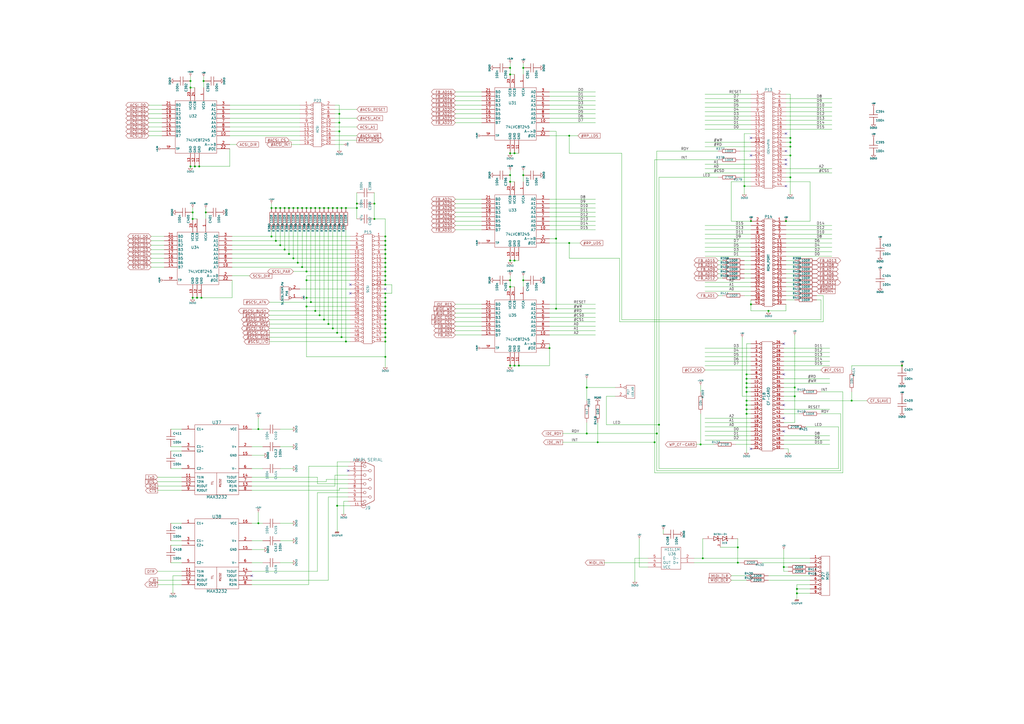
<source format=kicad_sch>
(kicad_sch (version 20230121) (generator eeschema)

  (uuid 3f3b5756-ba49-44e3-9650-02a9ed202e30)

  (paper "A2")

  (title_block
    (title "FireBee1 Projekt")
    (date "3 mar 2010")
    (rev "1.00")
    (company "MCS Aschwanden")
  )

  

  (junction (at 433.07 222.25) (diameter 0) (color 0 0 0 0)
    (uuid 028fd4d9-ab82-44d5-afe2-62ce5c570e91)
  )
  (junction (at 113.03 96.52) (diameter 0) (color 0 0 0 0)
    (uuid 057c7281-da8e-47de-95aa-54be1dc35045)
  )
  (junction (at 177.8 177.8) (diameter 0) (color 0 0 0 0)
    (uuid 06adb5d3-c9cf-45b5-8108-b7284d3cacab)
  )
  (junction (at 114.3 172.72) (diameter 0) (color 0 0 0 0)
    (uuid 0851c6dc-d3ed-40b8-bc4f-48472850cdb0)
  )
  (junction (at 295.91 212.09) (diameter 0) (color 0 0 0 0)
    (uuid 09424b70-ce43-4cad-9d5e-8dd545fd1aab)
  )
  (junction (at 433.07 217.17) (diameter 0) (color 0 0 0 0)
    (uuid 0af05653-3e64-444f-831a-0b85bf9ddb06)
  )
  (junction (at 458.47 80.01) (diameter 0) (color 0 0 0 0)
    (uuid 0d575a7f-4b80-4280-a80d-bf04a827cef7)
  )
  (junction (at 182.88 180.34) (diameter 0) (color 0 0 0 0)
    (uuid 0d9e5873-3518-4ac1-ab80-3b1de789e3bc)
  )
  (junction (at 193.04 190.5) (diameter 0) (color 0 0 0 0)
    (uuid 0da51fee-2b0e-4180-b73b-95040bc1f1b5)
  )
  (junction (at 119.38 123.19) (diameter 0) (color 0 0 0 0)
    (uuid 0f1a55ef-6d38-44dc-aefd-13bfa80ada88)
  )
  (junction (at 223.52 190.5) (diameter 0) (color 0 0 0 0)
    (uuid 15921146-9c02-45c8-87af-83020494597b)
  )
  (junction (at 295.91 43.18) (diameter 0) (color 0 0 0 0)
    (uuid 16220adf-eaef-4ef0-94d4-cedab8f94193)
  )
  (junction (at 223.52 147.32) (diameter 0) (color 0 0 0 0)
    (uuid 187c4eaf-ae17-45a2-b7fe-ec614e2e3d17)
  )
  (junction (at 223.52 144.78) (diameter 0) (color 0 0 0 0)
    (uuid 1a009edb-fcda-4252-9c97-203a6e225af0)
  )
  (junction (at 340.36 224.79) (diameter 0) (color 0 0 0 0)
    (uuid 1a95278c-59d0-4cd9-986f-4d8e47f038d3)
  )
  (junction (at 223.52 160.02) (diameter 0) (color 0 0 0 0)
    (uuid 1b3217ec-85d6-4bf1-8743-363131258f94)
  )
  (junction (at 175.26 154.94) (diameter 0) (color 0 0 0 0)
    (uuid 2277f509-a77c-4c10-83c7-0902f7cf3feb)
  )
  (junction (at 462.28 341.63) (diameter 0) (color 0 0 0 0)
    (uuid 254856a1-b1e4-49f5-9cb5-4cffc987bb3e)
  )
  (junction (at 110.49 50.8) (diameter 0) (color 0 0 0 0)
    (uuid 27d90638-31a6-4212-93f1-e241fe5f1de4)
  )
  (junction (at 118.11 46.99) (diameter 0) (color 0 0 0 0)
    (uuid 29c77762-ef67-480d-90b2-9632d11966e9)
  )
  (junction (at 298.45 151.13) (diameter 0) (color 0 0 0 0)
    (uuid 29cdb8df-d800-4b2e-a495-510ee818414b)
  )
  (junction (at 223.52 170.18) (diameter 0) (color 0 0 0 0)
    (uuid 2dd15e82-6e09-40fe-8438-2c73b9d5da1e)
  )
  (junction (at 167.64 147.32) (diameter 0) (color 0 0 0 0)
    (uuid 2dd5361f-186f-47f4-a228-1b87a07bb80c)
  )
  (junction (at 180.34 175.26) (diameter 0) (color 0 0 0 0)
    (uuid 2f9943e7-771f-433a-9325-06e9956483d7)
  )
  (junction (at 223.52 139.7) (diameter 0) (color 0 0 0 0)
    (uuid 30b259b3-551a-4eb0-a125-55248674ad43)
  )
  (junction (at 170.18 120.65) (diameter 0) (color 0 0 0 0)
    (uuid 339b9c09-cab8-4aa9-abb0-8ec7b2498b86)
  )
  (junction (at 223.52 142.24) (diameter 0) (color 0 0 0 0)
    (uuid 35aeb5b3-7de8-47e4-9aae-aace3b554c7e)
  )
  (junction (at 340.36 251.46) (diameter 0) (color 0 0 0 0)
    (uuid 3750616d-893c-4bae-ab22-d61f1d6ac2b9)
  )
  (junction (at 435.61 176.53) (diameter 0) (color 0 0 0 0)
    (uuid 37e91d53-75e2-4831-9fcd-0d49e6a00261)
  )
  (junction (at 406.4 257.81) (diameter 0) (color 0 0 0 0)
    (uuid 39a712b1-6111-432d-ba98-4dee11045b6a)
  )
  (junction (at 433.07 237.49) (diameter 0) (color 0 0 0 0)
    (uuid 39aa9ef9-91f3-45fd-85d9-b262eeae9193)
  )
  (junction (at 170.18 149.86) (diameter 0) (color 0 0 0 0)
    (uuid 3fd4212f-c9a8-4723-b57b-5f6def57b092)
  )
  (junction (at 200.66 120.65) (diameter 0) (color 0 0 0 0)
    (uuid 4227bdda-36ae-455d-80e0-ebb42d1f1b4c)
  )
  (junction (at 223.52 152.4) (diameter 0) (color 0 0 0 0)
    (uuid 46bd0cc6-980f-4afe-a953-5474436759b3)
  )
  (junction (at 196.85 66.04) (diameter 0) (color 0 0 0 0)
    (uuid 4982f872-a28c-4117-8058-c967c5a390a2)
  )
  (junction (at 461.01 224.79) (diameter 0) (color 0 0 0 0)
    (uuid 4b25def6-8918-4382-af32-f9aa0359f506)
  )
  (junction (at 115.57 96.52) (diameter 0) (color 0 0 0 0)
    (uuid 4ea93adf-3d09-4b4e-b248-4b4c97650bb9)
  )
  (junction (at 223.52 165.1) (diameter 0) (color 0 0 0 0)
    (uuid 5245d752-54b0-4e62-8ac1-319edde42396)
  )
  (junction (at 433.07 234.95) (diameter 0) (color 0 0 0 0)
    (uuid 53383d91-cb3b-4783-a601-f5196a31c8e2)
  )
  (junction (at 223.52 182.88) (diameter 0) (color 0 0 0 0)
    (uuid 545b5dea-6580-40b4-bd87-a1f587e63a9a)
  )
  (junction (at 322.58 179.07) (diameter 0) (color 0 0 0 0)
    (uuid 56752125-153e-4d67-a828-dc4231d95621)
  )
  (junction (at 177.8 120.65) (diameter 0) (color 0 0 0 0)
    (uuid 56e4e2ab-f32b-4618-addf-98305869ad28)
  )
  (junction (at 435.61 128.27) (diameter 0) (color 0 0 0 0)
    (uuid 5bfeb03f-d1c1-45c8-a3cc-6891fd764015)
  )
  (junction (at 223.52 172.72) (diameter 0) (color 0 0 0 0)
    (uuid 5c9fae77-c8ab-480e-9aa9-91ea6c4cfcca)
  )
  (junction (at 330.2 78.74) (diameter 0) (color 0 0 0 0)
    (uuid 5cc5c11f-f228-4581-b839-a46565aed492)
  )
  (junction (at 458.47 85.09) (diameter 0) (color 0 0 0 0)
    (uuid 5d997e78-ef40-440d-82e5-8691b7ee443e)
  )
  (junction (at 303.53 101.6) (diameter 0) (color 0 0 0 0)
    (uuid 616fe251-a450-4e00-9ac2-75b7b5e6e6fe)
  )
  (junction (at 196.85 71.12) (diameter 0) (color 0 0 0 0)
    (uuid 64e063b0-d4d6-4957-88fd-d5dc54f440e8)
  )
  (junction (at 200.66 198.12) (diameter 0) (color 0 0 0 0)
    (uuid 67031da4-b25a-4513-adab-a27e2005459a)
  )
  (junction (at 160.02 139.7) (diameter 0) (color 0 0 0 0)
    (uuid 692c7a76-bbf4-4f60-9f50-9f7a27f1ec8b)
  )
  (junction (at 187.96 120.65) (diameter 0) (color 0 0 0 0)
    (uuid 695e464e-0a64-4ca4-84be-43ab0e6fcaa2)
  )
  (junction (at 223.52 177.8) (diameter 0) (color 0 0 0 0)
    (uuid 6c72a3da-d4ac-45eb-8ae6-ec2a3ea6872b)
  )
  (junction (at 431.8 107.95) (diameter 0) (color 0 0 0 0)
    (uuid 6cba05c0-70c1-4b9f-b763-cd2d3515b806)
  )
  (junction (at 172.72 152.4) (diameter 0) (color 0 0 0 0)
    (uuid 6dfed1f3-71a3-4383-931f-f397f9f1c359)
  )
  (junction (at 433.07 232.41) (diameter 0) (color 0 0 0 0)
    (uuid 6fb971de-85a9-4fd3-900b-673298d8d65e)
  )
  (junction (at 182.88 120.65) (diameter 0) (color 0 0 0 0)
    (uuid 6fde6d85-93aa-4195-8e22-399256bf7c31)
  )
  (junction (at 177.8 162.56) (diameter 0) (color 0 0 0 0)
    (uuid 7133afca-815a-40ac-b46e-7ff5358185af)
  )
  (junction (at 172.72 120.65) (diameter 0) (color 0 0 0 0)
    (uuid 735c13c4-5cfe-4778-8052-35b57f1fedb4)
  )
  (junction (at 295.91 162.56) (diameter 0) (color 0 0 0 0)
    (uuid 74fe6324-fc3c-4e93-bb4e-e36bb1a70413)
  )
  (junction (at 462.28 344.17) (diameter 0) (color 0 0 0 0)
    (uuid 75268b24-6ea7-4d94-a2f9-d51caf295dcd)
  )
  (junction (at 346.71 256.54) (diameter 0) (color 0 0 0 0)
    (uuid 77460a5b-95f7-43cd-8d31-e77ac29ddac5)
  )
  (junction (at 295.91 39.37) (diameter 0) (color 0 0 0 0)
    (uuid 78c363e9-9ab8-41c9-9d09-0cff4c15ff48)
  )
  (junction (at 157.48 137.16) (diameter 0) (color 0 0 0 0)
    (uuid 8079569d-6fbf-4f88-bedd-135684c2a3e5)
  )
  (junction (at 165.1 120.65) (diameter 0) (color 0 0 0 0)
    (uuid 80860416-e08f-4007-b405-f239b83407ad)
  )
  (junction (at 223.52 207.01) (diameter 0) (color 0 0 0 0)
    (uuid 84c123b9-f827-4678-b41d-1fa25be61282)
  )
  (junction (at 433.07 219.71) (diameter 0) (color 0 0 0 0)
    (uuid 8b13700f-7fb0-4664-93b8-59578430f322)
  )
  (junction (at 177.8 172.72) (diameter 0) (color 0 0 0 0)
    (uuid 8cf6e950-cedf-4e94-827b-8299ade1a250)
  )
  (junction (at 461.01 229.87) (diameter 0) (color 0 0 0 0)
    (uuid 8f8649ff-c44e-401f-981b-40fc888de31e)
  )
  (junction (at 217.17 118.11) (diameter 0) (color 0 0 0 0)
    (uuid 905a2f3b-2bda-4786-92b1-cac448f20201)
  )
  (junction (at 223.52 149.86) (diameter 0) (color 0 0 0 0)
    (uuid 914855df-2da0-4680-996f-af8add935eda)
  )
  (junction (at 303.53 39.37) (diameter 0) (color 0 0 0 0)
    (uuid 94551297-927d-4095-94b3-becd36e49192)
  )
  (junction (at 223.52 154.94) (diameter 0) (color 0 0 0 0)
    (uuid 94c2ef77-2fa5-4c28-b68f-a175e5ed24a7)
  )
  (junction (at 110.49 96.52) (diameter 0) (color 0 0 0 0)
    (uuid 970513fe-4c45-47d0-af4d-633970830848)
  )
  (junction (at 217.17 127) (diameter 0) (color 0 0 0 0)
    (uuid 973423d9-1830-4924-b731-7453326482b4)
  )
  (junction (at 185.42 182.88) (diameter 0) (color 0 0 0 0)
    (uuid 97805ae1-ef71-43ae-b1c0-0843534d8d96)
  )
  (junction (at 330.2 140.97) (diameter 0) (color 0 0 0 0)
    (uuid 997f69a2-93fc-42f9-92db-0bebe8397a05)
  )
  (junction (at 177.8 157.48) (diameter 0) (color 0 0 0 0)
    (uuid 9ce4a8dd-cf4f-40c3-ae9a-8b95c3843694)
  )
  (junction (at 458.47 90.17) (diameter 0) (color 0 0 0 0)
    (uuid a174ef83-3fbf-4c56-ba09-6ed5597f18bf)
  )
  (junction (at 433.07 227.33) (diameter 0) (color 0 0 0 0)
    (uuid a3f3f23e-d695-4dcf-b93d-cb2802257142)
  )
  (junction (at 162.56 142.24) (diameter 0) (color 0 0 0 0)
    (uuid a5d1d5ef-0f73-498c-b319-6523a0338841)
  )
  (junction (at 196.85 76.2) (diameter 0) (color 0 0 0 0)
    (uuid a63567b6-5c35-4d43-bead-9562992bd34a)
  )
  (junction (at 382.27 246.38) (diameter 0) (color 0 0 0 0)
    (uuid ac61ef66-ab10-4a43-8b7c-dec77fcaedbe)
  )
  (junction (at 195.58 193.04) (diameter 0) (color 0 0 0 0)
    (uuid aca1616b-0a3b-480f-b8f7-d089c92aa269)
  )
  (junction (at 223.52 180.34) (diameter 0) (color 0 0 0 0)
    (uuid acc336fe-eafc-4790-bc47-bcb8212dbbe7)
  )
  (junction (at 149.86 303.53) (diameter 0) (color 0 0 0 0)
    (uuid ad4ad801-ac61-49cb-b79a-7955fd54480c)
  )
  (junction (at 223.52 193.04) (diameter 0) (color 0 0 0 0)
    (uuid ad7553d0-f200-4317-98c7-dbe2113fbc7f)
  )
  (junction (at 223.52 185.42) (diameter 0) (color 0 0 0 0)
    (uuid af6d19bf-085c-4d45-9094-6dd117d05cf3)
  )
  (junction (at 110.49 46.99) (diameter 0) (color 0 0 0 0)
    (uuid b3610871-a8aa-4d9a-958e-27644db0ffe2)
  )
  (junction (at 458.47 102.87) (diameter 0) (color 0 0 0 0)
    (uuid b3e408f5-41db-4274-aeb7-71a466f68e64)
  )
  (junction (at 190.5 187.96) (diameter 0) (color 0 0 0 0)
    (uuid b43c55ce-660e-4c55-9ef4-97aa320698c4)
  )
  (junction (at 190.5 120.65) (diameter 0) (color 0 0 0 0)
    (uuid b6424a06-a8ec-47fb-ace1-404d0d125252)
  )
  (junction (at 454.66 328.93) (diameter 0) (color 0 0 0 0)
    (uuid b6dd2ee5-3bf9-4987-8128-b34f452b3fa0)
  )
  (junction (at 187.96 185.42) (diameter 0) (color 0 0 0 0)
    (uuid b9babe65-1ce7-4941-a982-224dd69c041d)
  )
  (junction (at 223.52 157.48) (diameter 0) (color 0 0 0 0)
    (uuid b9fea472-632f-4e5c-9225-7e91f8da7f47)
  )
  (junction (at 180.34 120.65) (diameter 0) (color 0 0 0 0)
    (uuid bca10ed7-8ff0-4381-a127-5a9521839dec)
  )
  (junction (at 455.93 128.27) (diameter 0) (color 0 0 0 0)
    (uuid bdd3f48f-fbbe-4b4c-9bcf-48e2752c53ad)
  )
  (junction (at 167.64 120.65) (diameter 0) (color 0 0 0 0)
    (uuid bdf71369-dd5f-439a-9564-04de25a98ddc)
  )
  (junction (at 160.02 120.65) (diameter 0) (color 0 0 0 0)
    (uuid be40d598-179a-4fda-b12c-22a7b3325f98)
  )
  (junction (at 433.07 224.79) (diameter 0) (color 0 0 0 0)
    (uuid c262a79c-b33d-4b07-8a1b-54252002a014)
  )
  (junction (at 295.91 101.6) (diameter 0) (color 0 0 0 0)
    (uuid c7785457-14e1-4a07-a7a2-1efda020bff5)
  )
  (junction (at 223.52 187.96) (diameter 0) (color 0 0 0 0)
    (uuid c7d07ec7-a50e-4bc1-bcd1-9d7c68eae053)
  )
  (junction (at 300.99 212.09) (diameter 0) (color 0 0 0 0)
    (uuid c91dc939-b9ac-4f7d-a1f4-c91ca90a019c)
  )
  (junction (at 185.42 120.65) (diameter 0) (color 0 0 0 0)
    (uuid cc8005b9-7c7c-494d-b53f-977aef9de094)
  )
  (junction (at 295.91 166.37) (diameter 0) (color 0 0 0 0)
    (uuid ccdc94a6-1783-4ed1-8534-9ee5709105cc)
  )
  (junction (at 523.24 212.09) (diameter 0) (color 0 0 0 0)
    (uuid ce90011a-bb06-404a-b7d2-b16b888ee9e0)
  )
  (junction (at 381 251.46) (diameter 0) (color 0 0 0 0)
    (uuid cedb2f8b-e81a-4812-89b4-3f3e1539f535)
  )
  (junction (at 175.26 120.65) (diameter 0) (color 0 0 0 0)
    (uuid d263a758-c1f0-4220-ac44-dd1a5450587c)
  )
  (junction (at 494.03 232.41) (diameter 0) (color 0 0 0 0)
    (uuid d525b900-d70b-4dbc-8a4e-04a096503f65)
  )
  (junction (at 433.07 240.03) (diameter 0) (color 0 0 0 0)
    (uuid d54e953b-428d-46e8-a031-750042a6a28e)
  )
  (junction (at 223.52 137.16) (diameter 0) (color 0 0 0 0)
    (uuid d5799c41-57d8-4c59-8b2c-ea419eaeb417)
  )
  (junction (at 318.77 201.93) (diameter 0) (color 0 0 0 0)
    (uuid d7626e4b-3b71-4f7e-87fc-72c031079c57)
  )
  (junction (at 427.99 326.39) (diameter 0) (color 0 0 0 0)
    (uuid d7710a30-be86-4c5b-b9c4-6bc432040065)
  )
  (junction (at 298.45 88.9) (diameter 0) (color 0 0 0 0)
    (uuid d9535c1e-ca5f-46b2-bde3-7eb0f1377164)
  )
  (junction (at 111.76 123.19) (diameter 0) (color 0 0 0 0)
    (uuid d9a534df-1797-4e24-be96-dba83ceddd61)
  )
  (junction (at 223.52 198.12) (diameter 0) (color 0 0 0 0)
    (uuid da7c0b44-4f3e-4307-84ed-d4d0534cf609)
  )
  (junction (at 111.76 172.72) (diameter 0) (color 0 0 0 0)
    (uuid dd292dab-ca6d-42a2-9a95-b53620afbced)
  )
  (junction (at 223.52 195.58) (diameter 0) (color 0 0 0 0)
    (uuid dd35fcd0-b7da-4972-b658-15e39d7dd616)
  )
  (junction (at 458.47 82.55) (diameter 0) (color 0 0 0 0)
    (uuid ddb313e7-c099-4346-80d6-31b1cc7453f1)
  )
  (junction (at 223.52 162.56) (diameter 0) (color 0 0 0 0)
    (uuid ddb4cc87-a975-4d3c-b2d9-ffd5724efb08)
  )
  (junction (at 295.91 105.41) (diameter 0) (color 0 0 0 0)
    (uuid e1e2564d-64f5-4acb-8d14-8d15f965106c)
  )
  (junction (at 207.01 118.11) (diameter 0) (color 0 0 0 0)
    (uuid e2eedae0-f05c-4229-8e6d-12f0d6e1ae84)
  )
  (junction (at 303.53 162.56) (diameter 0) (color 0 0 0 0)
    (uuid e40f8096-e24e-4a16-a36a-364e0be87f5b)
  )
  (junction (at 149.86 248.92) (diameter 0) (color 0 0 0 0)
    (uuid e44d7379-cd57-48d5-8ddb-0e69e53adc77)
  )
  (junction (at 322.58 138.43) (diameter 0) (color 0 0 0 0)
    (uuid e6116c99-1997-4175-99da-1032671c5f1d)
  )
  (junction (at 195.58 293.37) (diameter 0) (color 0 0 0 0)
    (uuid e676750a-4816-4f8c-aaca-753b3ad11bf8)
  )
  (junction (at 427.99 317.5) (diameter 0) (color 0 0 0 0)
    (uuid e8a859ad-2451-43a7-a440-d56c793dc5fc)
  )
  (junction (at 195.58 120.65) (diameter 0) (color 0 0 0 0)
    (uuid e9973744-49c7-4c04-95b3-796a876c6f71)
  )
  (junction (at 379.73 256.54) (diameter 0) (color 0 0 0 0)
    (uuid e9f464c6-b30f-4dbe-a1d3-a0c66b79e6b3)
  )
  (junction (at 295.91 88.9) (diameter 0) (color 0 0 0 0)
    (uuid eaa2375f-49b5-489e-8eb3-a1a76eb9cbf8)
  )
  (junction (at 295.91 151.13) (diameter 0) (color 0 0 0 0)
    (uuid ed08bc85-f249-4d17-b837-a0f6e3242dc6)
  )
  (junction (at 207.01 120.65) (diameter 0) (color 0 0 0 0)
    (uuid f20f73dd-f9ac-4a2d-8d03-4e445224555b)
  )
  (junction (at 445.77 180.34) (diameter 0) (color 0 0 0 0)
    (uuid f3a89b23-5e8a-4c3d-a814-30d3b98182e1)
  )
  (junction (at 162.56 120.65) (diameter 0) (color 0 0 0 0)
    (uuid f3dd5871-b226-4bba-9a0f-1083c3178059)
  )
  (junction (at 193.04 120.65) (diameter 0) (color 0 0 0 0)
    (uuid f4566ad3-2c98-4b54-a773-a93487a0f201)
  )
  (junction (at 298.45 212.09) (diameter 0) (color 0 0 0 0)
    (uuid f4bb292c-b47b-459b-8a89-6a03f4490c69)
  )
  (junction (at 198.12 195.58) (diameter 0) (color 0 0 0 0)
    (uuid f535f678-aaba-45a4-9a1f-8432d12309a3)
  )
  (junction (at 198.12 120.65) (diameter 0) (color 0 0 0 0)
    (uuid f6c75ff9-f61b-42bd-87e9-1324c58f2916)
  )
  (junction (at 157.48 120.65) (diameter 0) (color 0 0 0 0)
    (uuid f7bdc889-1cf4-4948-abc3-c234599ac9dd)
  )
  (junction (at 116.84 172.72) (diameter 0) (color 0 0 0 0)
    (uuid f9fd3c71-8e07-443b-9627-b52bafb4a5fb)
  )
  (junction (at 223.52 175.26) (diameter 0) (color 0 0 0 0)
    (uuid fb3cd96c-1a24-48ae-995b-c8f656cb2f60)
  )
  (junction (at 165.1 144.78) (diameter 0) (color 0 0 0 0)
    (uuid fbf6908e-7df6-4057-8ccc-9dc142e87d4d)
  )
  (junction (at 111.76 127) (diameter 0) (color 0 0 0 0)
    (uuid fcb46e60-c54f-4447-a25c-0b1370053f8c)
  )
  (junction (at 407.67 323.85) (diameter 0) (color 0 0 0 0)
    (uuid ff240e94-ee8d-4e63-96ac-33b47e774cd7)
  )

  (no_connect (at 454.66 217.17) (uuid 080252c4-14ca-4607-8c5e-a00f1b197293))
  (no_connect (at 203.2 165.1) (uuid 08be92d3-b662-4ea4-bb0b-e5a6ef2f514c))
  (no_connect (at 435.61 260.35) (uuid 0a71b068-f301-43fc-99f4-2d66569093d5))
  (no_connect (at 435.61 90.17) (uuid 163d5075-50b9-48e4-b446-59b028f90ee0))
  (no_connect (at 455.93 92.71) (uuid 1dcdd320-0403-4c0d-87be-b247591b0d6b))
  (no_connect (at 435.61 80.01) (uuid 3ca06978-86e6-4ae6-b5a2-4279150d6bb7))
  (no_connect (at 203.2 170.18) (uuid 4b15aa67-5f97-4611-a6df-0b44ca8bb992))
  (no_connect (at 454.66 199.39) (uuid 6635324b-051b-42b3-86c0-074ff25e42e3))
  (no_connect (at 455.93 87.63) (uuid 844c1753-7ff3-4bd6-9975-5c05a5b0e892))
  (no_connect (at 454.66 250.19) (uuid 922e418e-977b-46a0-984f-093104979b22))
  (no_connect (at 455.93 77.47) (uuid 99074602-8fda-44fe-9628-7e2fb8b67428))
  (no_connect (at 201.93 273.05) (uuid c0409a38-c4bd-49fd-9a80-dc1b57ad15d4))
  (no_connect (at 223.52 167.64) (uuid c83e6135-f677-418f-9a20-8ddd6a158811))
  (no_connect (at 455.93 107.95) (uuid ca72bc36-8791-4b95-938d-8ee865dbed77))
  (no_connect (at 454.66 234.95) (uuid dd91ca36-3f13-42d9-a922-cba13c8fef2e))
  (no_connect (at 454.66 242.57) (uuid f38de073-4034-4183-9c41-7c3f702e7779))
  (no_connect (at 455.93 95.25) (uuid f7d2113e-4a8b-4ea8-b858-713dbdb1cec4))
  (no_connect (at 146.05 334.01) (uuid f842c449-8a76-4aaa-956c-42d18a5adee8))

  (wire (pts (xy 295.91 166.37) (xy 298.45 166.37))
    (stroke (width 0) (type default))
    (uuid 004f298e-9047-4b22-88a0-21802344c6f7)
  )
  (wire (pts (xy 435.61 97.79) (xy 408.94 97.79))
    (stroke (width 0) (type default))
    (uuid 00b1f03a-27f5-4e35-88c5-a0552295f955)
  )
  (wire (pts (xy 201.93 285.75) (xy 184.15 285.75))
    (stroke (width 0) (type default))
    (uuid 00eaa15f-5d2d-4ced-91d1-2fc496462fc5)
  )
  (wire (pts (xy 435.61 85.09) (xy 408.94 85.09))
    (stroke (width 0) (type default))
    (uuid 0138b61e-2fc0-42c3-a573-e38fbda457a6)
  )
  (wire (pts (xy 318.77 176.53) (xy 345.44 176.53))
    (stroke (width 0) (type default))
    (uuid 0264546e-826d-4584-ac12-1b421f250b75)
  )
  (wire (pts (xy 170.18 259.08) (xy 162.56 259.08))
    (stroke (width 0) (type default))
    (uuid 02685139-63a5-4896-8e75-bd54e9f7c6db)
  )
  (wire (pts (xy 318.77 189.23) (xy 345.44 189.23))
    (stroke (width 0) (type default))
    (uuid 026a67f4-c4c0-4930-af50-673230277435)
  )
  (wire (pts (xy 467.36 247.65) (xy 486.41 247.65))
    (stroke (width 0) (type default))
    (uuid 026b9e50-378a-481d-934f-4001c8a6f0c9)
  )
  (wire (pts (xy 133.35 68.58) (xy 173.99 68.58))
    (stroke (width 0) (type default))
    (uuid 02a91173-bb17-4f02-b064-8a1da3652c1b)
  )
  (wire (pts (xy 429.26 87.63) (xy 435.61 87.63))
    (stroke (width 0) (type default))
    (uuid 02e258d1-6de5-4948-a3c3-a545fba8904e)
  )
  (wire (pts (xy 318.77 123.19) (xy 345.44 123.19))
    (stroke (width 0) (type default))
    (uuid 03ef7a28-8414-49d6-95a2-5aa7a56f8439)
  )
  (wire (pts (xy 100.33 334.01) (xy 105.41 334.01))
    (stroke (width 0) (type default))
    (uuid 04357108-d4f7-4b5c-afae-0dda7fd6ab4a)
  )
  (wire (pts (xy 424.18 334.01) (xy 433.07 334.01))
    (stroke (width 0) (type default))
    (uuid 0477e9e7-2216-419d-83cc-e511d611b653)
  )
  (wire (pts (xy 279.4 123.19) (xy 264.16 123.19))
    (stroke (width 0) (type default))
    (uuid 04df6ff2-ea54-4c9d-9a9d-9166578f3d05)
  )
  (wire (pts (xy 207.01 81.28) (xy 194.31 81.28))
    (stroke (width 0) (type default))
    (uuid 05a6f289-fb9c-4ea2-9d9a-f46266dce958)
  )
  (wire (pts (xy 199.39 290.83) (xy 199.39 298.45))
    (stroke (width 0) (type default))
    (uuid 05c2c792-0320-4a2b-8aee-1bccf1a6294e)
  )
  (wire (pts (xy 461.01 245.11) (xy 461.01 229.87))
    (stroke (width 0) (type default))
    (uuid 067513b7-a63a-438c-867e-9b2b2402eaee)
  )
  (wire (pts (xy 156.21 190.5) (xy 193.04 190.5))
    (stroke (width 0) (type default))
    (uuid 07bc0523-0e3e-419e-9827-94115ad9f5cf)
  )
  (wire (pts (xy 445.77 336.55) (xy 469.9 336.55))
    (stroke (width 0) (type default))
    (uuid 08c5f149-ba19-4f89-bc3b-6e2f08738087)
  )
  (wire (pts (xy 179.07 339.09) (xy 146.05 339.09))
    (stroke (width 0) (type default))
    (uuid 08faab9c-f4ea-476c-b06a-0a71a497b0bf)
  )
  (wire (pts (xy 454.66 257.81) (xy 481.33 257.81))
    (stroke (width 0) (type default))
    (uuid 09ba5e44-0e28-45de-93f3-3af9c9c1c732)
  )
  (wire (pts (xy 303.53 160.02) (xy 303.53 162.56))
    (stroke (width 0) (type default))
    (uuid 0a79614b-cd40-4cd9-8edf-ccc0bfc17d19)
  )
  (wire (pts (xy 99.06 303.53) (xy 105.41 303.53))
    (stroke (width 0) (type default))
    (uuid 0aa4d2f2-ee0a-4d46-a9a3-991766baef9c)
  )
  (wire (pts (xy 95.25 154.94) (xy 87.63 154.94))
    (stroke (width 0) (type default))
    (uuid 0acaa22e-d9f0-4405-a068-c554729279d5)
  )
  (wire (pts (xy 162.56 120.65) (xy 160.02 120.65))
    (stroke (width 0) (type default))
    (uuid 0b65bd88-f271-40ee-b7cc-22617e6a842e)
  )
  (wire (pts (xy 340.36 219.71) (xy 340.36 224.79))
    (stroke (width 0) (type default))
    (uuid 0b86918c-3fe3-431f-91db-d6a62ef5debe)
  )
  (wire (pts (xy 318.77 194.31) (xy 345.44 194.31))
    (stroke (width 0) (type default))
    (uuid 0c25e345-a7ab-4978-a55e-882de1045043)
  )
  (wire (pts (xy 454.66 219.71) (xy 481.33 219.71))
    (stroke (width 0) (type default))
    (uuid 0ca88b14-790a-4567-aff6-a10f817a0020)
  )
  (wire (pts (xy 455.93 74.93) (xy 482.6 74.93))
    (stroke (width 0) (type default))
    (uuid 0cadfa56-6bb8-481a-98f9-6f917018b9cf)
  )
  (wire (pts (xy 194.31 63.5) (xy 207.01 63.5))
    (stroke (width 0) (type default))
    (uuid 0cbad51d-0b9c-4733-b55a-d63758e4f4a9)
  )
  (wire (pts (xy 149.86 303.53) (xy 146.05 303.53))
    (stroke (width 0) (type default))
    (uuid 0d1ae2bf-0d4f-4409-b718-95cf69385b2f)
  )
  (wire (pts (xy 356.87 224.79) (xy 340.36 224.79))
    (stroke (width 0) (type default))
    (uuid 0de659a4-4f04-4e60-aeae-e530ae6fee5a)
  )
  (wire (pts (xy 201.93 278.13) (xy 189.23 278.13))
    (stroke (width 0) (type default))
    (uuid 0e0965af-cab0-461f-b324-12424c6ec18e)
  )
  (wire (pts (xy 419.1 158.75) (xy 416.56 158.75))
    (stroke (width 0) (type default))
    (uuid 0e2382a8-4a8d-49bf-9818-946c9d39d33f)
  )
  (wire (pts (xy 403.86 257.81) (xy 406.4 257.81))
    (stroke (width 0) (type default))
    (uuid 0e97290c-0157-4d07-a8b5-57dc813aabab)
  )
  (wire (pts (xy 87.63 147.32) (xy 95.25 147.32))
    (stroke (width 0) (type default))
    (uuid 0ecf2773-cf5c-4de4-b7c5-58f9a4778c52)
  )
  (wire (pts (xy 303.53 162.56) (xy 303.53 166.37))
    (stroke (width 0) (type default))
    (uuid 0f4bbb54-12e2-4241-b140-a25d6fa90cd3)
  )
  (wire (pts (xy 408.94 163.83) (xy 435.61 163.83))
    (stroke (width 0) (type default))
    (uuid 0f71118a-ebdd-4d91-9aac-f07622f4e225)
  )
  (wire (pts (xy 455.93 158.75) (xy 461.01 158.75))
    (stroke (width 0) (type default))
    (uuid 0fb9aec7-d643-4376-8b22-364bf7b31779)
  )
  (wire (pts (xy 134.62 154.94) (xy 175.26 154.94))
    (stroke (width 0) (type default))
    (uuid 1114a7dc-efe0-4774-80ef-ea0a52e260c8)
  )
  (wire (pts (xy 461.01 229.87) (xy 461.01 224.79))
    (stroke (width 0) (type default))
    (uuid 11295e98-36cc-4742-bba1-8c96bd564211)
  )
  (wire (pts (xy 433.07 240.03) (xy 435.61 240.03))
    (stroke (width 0) (type default))
    (uuid 113fc6be-c179-41c0-bc4e-66c0f0a823b8)
  )
  (wire (pts (xy 427.99 312.42) (xy 427.99 317.5))
    (stroke (width 0) (type default))
    (uuid 1190dcdd-320e-4559-bb3e-ce5661899ab1)
  )
  (wire (pts (xy 198.12 195.58) (xy 203.2 195.58))
    (stroke (width 0) (type default))
    (uuid 11d2a467-a397-46cf-b8a8-c11ad4ec936f)
  )
  (wire (pts (xy 134.62 142.24) (xy 162.56 142.24))
    (stroke (width 0) (type default))
    (uuid 1291199f-3229-4855-8e86-4d058ec84712)
  )
  (wire (pts (xy 190.5 288.29) (xy 201.93 288.29))
    (stroke (width 0) (type default))
    (uuid 136e7930-efb4-4999-bc25-9d7f3249fd19)
  )
  (wire (pts (xy 408.94 135.89) (xy 435.61 135.89))
    (stroke (width 0) (type default))
    (uuid 1455b369-d82c-47b0-8bbb-d28fc63c8141)
  )
  (wire (pts (xy 177.8 177.8) (xy 203.2 177.8))
    (stroke (width 0) (type default))
    (uuid 14801b11-4e7b-4a03-a551-c3ad4494184c)
  )
  (wire (pts (xy 105.41 259.08) (xy 99.06 259.08))
    (stroke (width 0) (type default))
    (uuid 14c95f3a-1215-47d5-8257-949ff0256572)
  )
  (wire (pts (xy 95.25 149.86) (xy 87.63 149.86))
    (stroke (width 0) (type default))
    (uuid 15a3010c-7931-4a18-8711-1186a376df17)
  )
  (wire (pts (xy 454.66 331.47) (xy 454.66 328.93))
    (stroke (width 0) (type default))
    (uuid 1606e587-04e3-438f-834d-e75287fbf4a6)
  )
  (wire (pts (xy 406.4 223.52) (xy 406.4 227.33))
    (stroke (width 0) (type default))
    (uuid 16175979-862d-465e-9373-1dd0e11e619f)
  )
  (wire (pts (xy 303.53 99.06) (xy 303.53 101.6))
    (stroke (width 0) (type default))
    (uuid 16236238-7427-4bf9-ab82-e8bc1fe05b50)
  )
  (wire (pts (xy 455.93 54.61) (xy 458.47 54.61))
    (stroke (width 0) (type default))
    (uuid 1632b4da-688d-4da9-921d-eb770fe1af56)
  )
  (wire (pts (xy 402.59 323.85) (xy 407.67 323.85))
    (stroke (width 0) (type default))
    (uuid 1695d12c-4177-4f04-a174-02aec56f80ac)
  )
  (wire (pts (xy 185.42 182.88) (xy 203.2 182.88))
    (stroke (width 0) (type default))
    (uuid 17311544-47e1-4575-9f95-c150f3e4318c)
  )
  (wire (pts (xy 99.06 261.62) (xy 105.41 261.62))
    (stroke (width 0) (type default))
    (uuid 1776864d-56fe-49f0-98e0-fbc222500a69)
  )
  (wire (pts (xy 379.73 256.54) (xy 346.71 256.54))
    (stroke (width 0) (type default))
    (uuid 18862918-00e4-4e9d-83a8-7a8f1cfbafc7)
  )
  (wire (pts (xy 223.52 185.42) (xy 223.52 182.88))
    (stroke (width 0) (type default))
    (uuid 189e0c82-20b3-4b81-ab4f-3acd93d99a8a)
  )
  (wire (pts (xy 91.44 336.55) (xy 105.41 336.55))
    (stroke (width 0) (type default))
    (uuid 19fd723d-4913-4494-b8cb-3eebd05f8562)
  )
  (wire (pts (xy 419.1 156.21) (xy 416.56 156.21))
    (stroke (width 0) (type default))
    (uuid 1a3d1e7e-233a-43d6-808e-5bb5c8b2a51c)
  )
  (wire (pts (xy 435.61 257.81) (xy 426.72 257.81))
    (stroke (width 0) (type default))
    (uuid 1b677127-6802-48e4-b9c7-8f9b6c583add)
  )
  (wire (pts (xy 111.76 127) (xy 114.3 127))
    (stroke (width 0) (type default))
    (uuid 1d24b4de-3751-41bb-82a5-acb0dbb03579)
  )
  (wire (pts (xy 433.07 199.39) (xy 435.61 199.39))
    (stroke (width 0) (type default))
    (uuid 1d335d5d-8f48-4bd3-ab1c-117a8921ac3a)
  )
  (wire (pts (xy 408.94 168.91) (xy 435.61 168.91))
    (stroke (width 0) (type default))
    (uuid 1d59b7c6-e461-4c59-91b4-3e534bfadad9)
  )
  (wire (pts (xy 195.58 293.37) (xy 195.58 267.97))
    (stroke (width 0) (type default))
    (uuid 1dd64d36-d1e8-4d40-acd9-d366cdd6e9ba)
  )
  (wire (pts (xy 427.99 317.5) (xy 427.99 326.39))
    (stroke (width 0) (type default))
    (uuid 1ed69104-5059-429e-99e3-66ba9c15dc29)
  )
  (wire (pts (xy 408.94 64.77) (xy 435.61 64.77))
    (stroke (width 0) (type default))
    (uuid 1f4325c1-3383-4013-b892-a1aef924acde)
  )
  (wire (pts (xy 340.36 224.79) (xy 340.36 232.41))
    (stroke (width 0) (type default))
    (uuid 1f5c8a1c-0610-4acf-a683-1e8e2694c0f6)
  )
  (wire (pts (xy 86.36 76.2) (xy 93.98 76.2))
    (stroke (width 0) (type default))
    (uuid 2001eeec-7ef5-44b3-a355-33ecc348b29d)
  )
  (wire (pts (xy 203.2 167.64) (xy 173.99 167.64))
    (stroke (width 0) (type default))
    (uuid 20045a29-a844-4bcb-abfa-e02080ad22c2)
  )
  (wire (pts (xy 433.07 224.79) (xy 435.61 224.79))
    (stroke (width 0) (type default))
    (uuid 2013180c-e41f-43b7-aab1-01d0166cd767)
  )
  (wire (pts (xy 431.8 107.95) (xy 431.8 77.47))
    (stroke (width 0) (type default))
    (uuid 20284f17-7555-40b9-b2cc-0f080f26094e)
  )
  (wire (pts (xy 167.64 81.28) (xy 173.99 81.28))
    (stroke (width 0) (type default))
    (uuid 20c30f85-8a4b-455d-b6ec-5afadd001568)
  )
  (wire (pts (xy 223.52 160.02) (xy 223.52 162.56))
    (stroke (width 0) (type default))
    (uuid 2150b118-c3a7-4117-a2c1-b7936e4473dd)
  )
  (wire (pts (xy 318.77 212.09) (xy 300.99 212.09))
    (stroke (width 0) (type default))
    (uuid 21c91fd5-552c-40fd-b387-b4455fa8dbcb)
  )
  (wire (pts (xy 264.16 179.07) (xy 279.4 179.07))
    (stroke (width 0) (type default))
    (uuid 2261d532-3972-41d8-9179-bde4206e3210)
  )
  (wire (pts (xy 455.93 97.79) (xy 482.6 97.79))
    (stroke (width 0) (type default))
    (uuid 2265269e-0dce-4b20-b405-3059af16ddae)
  )
  (wire (pts (xy 196.85 66.04) (xy 196.85 60.96))
    (stroke (width 0) (type default))
    (uuid 23a4cea2-b875-4c90-be8f-5c5189a187af)
  )
  (wire (pts (xy 455.93 140.97) (xy 482.6 140.97))
    (stroke (width 0) (type default))
    (uuid 23abdaae-fdd5-4356-806f-57dd5c4f85fb)
  )
  (wire (pts (xy 408.94 57.15) (xy 435.61 57.15))
    (stroke (width 0) (type default))
    (uuid 243cb653-ac3e-46be-8e5b-43f08449ac48)
  )
  (wire (pts (xy 93.98 78.74) (xy 86.36 78.74))
    (stroke (width 0) (type default))
    (uuid 246ea54e-b6d8-448e-8a6c-e9a32c1cca07)
  )
  (wire (pts (xy 119.38 123.19) (xy 119.38 127))
    (stroke (width 0) (type default))
    (uuid 24f15c01-b6c0-498e-afb0-93cf06e76f32)
  )
  (wire (pts (xy 379.73 274.32) (xy 379.73 256.54))
    (stroke (width 0) (type default))
    (uuid 2521440f-2597-46a4-ac04-a440d48da75d)
  )
  (wire (pts (xy 264.16 181.61) (xy 279.4 181.61))
    (stroke (width 0) (type default))
    (uuid 257d8a8b-3da9-4bcf-9c6c-af5619d096cc)
  )
  (wire (pts (xy 86.36 71.12) (xy 93.98 71.12))
    (stroke (width 0) (type default))
    (uuid 257f13d2-d44b-4032-be04-6c214bbe5bca)
  )
  (wire (pts (xy 408.94 67.31) (xy 435.61 67.31))
    (stroke (width 0) (type default))
    (uuid 2659f99d-6a2f-4cea-9c7e-5a448be47ba0)
  )
  (wire (pts (xy 149.86 297.18) (xy 149.86 303.53))
    (stroke (width 0) (type default))
    (uuid 2672ae89-d217-4210-ae23-56e2a178edde)
  )
  (wire (pts (xy 351.79 246.38) (xy 382.27 246.38))
    (stroke (width 0) (type default))
    (uuid 2680fc00-c666-43b8-b49b-18fe27dfbdb4)
  )
  (wire (pts (xy 351.79 229.87) (xy 356.87 229.87))
    (stroke (width 0) (type default))
    (uuid 26b5f07c-5343-4c9d-afc6-2523c321ff0d)
  )
  (wire (pts (xy 488.95 227.33) (xy 476.25 227.33))
    (stroke (width 0) (type default))
    (uuid 26e88c55-6306-4e3a-bff4-6a0f28e4d798)
  )
  (wire (pts (xy 93.98 63.5) (xy 86.36 63.5))
    (stroke (width 0) (type default))
    (uuid 272ef22b-9b2e-498e-98f1-72f8ca1194fc)
  )
  (wire (pts (xy 111.76 172.72) (xy 111.76 173.99))
    (stroke (width 0) (type default))
    (uuid 278d2c4f-b050-4b75-bb80-2d3b9712214a)
  )
  (wire (pts (xy 458.47 90.17) (xy 458.47 102.87))
    (stroke (width 0) (type default))
    (uuid 28562901-1152-4a85-bfe6-7aef1ea581d9)
  )
  (wire (pts (xy 318.77 55.88) (xy 345.44 55.88))
    (stroke (width 0) (type default))
    (uuid 2952bafe-62ad-41e9-a47e-3fe9ab01fa60)
  )
  (wire (pts (xy 330.2 140.97) (xy 336.55 140.97))
    (stroke (width 0) (type default))
    (uuid 29951225-3b1f-430e-bf41-3873e9df1b37)
  )
  (wire (pts (xy 322.58 138.43) (xy 322.58 179.07))
    (stroke (width 0) (type default))
    (uuid 2ab3f8d3-2228-4149-9a70-360babb0f309)
  )
  (wire (pts (xy 203.2 157.48) (xy 177.8 157.48))
    (stroke (width 0) (type default))
    (uuid 2b69ca74-255d-4c67-b0a0-12361f76a2db)
  )
  (wire (pts (xy 156.21 180.34) (xy 182.88 180.34))
    (stroke (width 0) (type default))
    (uuid 2b7a38b2-0d1c-4673-99d6-dbbd44a484cd)
  )
  (wire (pts (xy 91.44 276.86) (xy 105.41 276.86))
    (stroke (width 0) (type default))
    (uuid 2bac0623-7c67-424c-9a21-188c20e819b9)
  )
  (wire (pts (xy 223.52 198.12) (xy 223.52 195.58))
    (stroke (width 0) (type default))
    (uuid 2c36ca26-8f99-4766-887a-8dfa8592cd5b)
  )
  (wire (pts (xy 167.64 147.32) (xy 203.2 147.32))
    (stroke (width 0) (type default))
    (uuid 2c8e0d22-398a-4958-a601-889da6e61421)
  )
  (wire (pts (xy 477.52 186.69) (xy 359.41 186.69))
    (stroke (width 0) (type default))
    (uuid 2d0b3f14-ee39-4687-8cd8-d6e0677ae6ba)
  )
  (wire (pts (xy 223.52 139.7) (xy 223.52 142.24))
    (stroke (width 0) (type default))
    (uuid 2dfd73a6-da88-454c-8db7-7c1abaa8614a)
  )
  (wire (pts (xy 91.44 281.94) (xy 105.41 281.94))
    (stroke (width 0) (type default))
    (uuid 2ef1ec23-1f0e-4fac-bbe9-462d65a336db)
  )
  (wire (pts (xy 454.66 212.09) (xy 481.33 212.09))
    (stroke (width 0) (type default))
    (uuid 2f1af9c7-090a-4395-bb81-641a4de239f2)
  )
  (wire (pts (xy 201.93 290.83) (xy 199.39 290.83))
    (stroke (width 0) (type default))
    (uuid 2f39374b-a4ed-428d-80af-851f332834d6)
  )
  (wire (pts (xy 134.62 152.4) (xy 172.72 152.4))
    (stroke (width 0) (type default))
    (uuid 2f4a0cbc-8662-45f8-9eeb-b707ce243c0d)
  )
  (wire (pts (xy 416.56 102.87) (xy 382.27 102.87))
    (stroke (width 0) (type default))
    (uuid 2f8f223f-0d94-419a-b94f-7d1a6e83ef9d)
  )
  (wire (pts (xy 455.93 168.91) (xy 461.01 168.91))
    (stroke (width 0) (type default))
    (uuid 2fe4dff6-ef1d-4a16-9ae3-d5c1507efc56)
  )
  (wire (pts (xy 368.3 323.85) (xy 375.92 323.85))
    (stroke (width 0) (type default))
    (uuid 30ff9850-65d7-4b59-be17-63eff4606465)
  )
  (wire (pts (xy 379.73 274.32) (xy 488.95 274.32))
    (stroke (width 0) (type default))
    (uuid 31abeaed-fce5-44e8-be4e-2f40c7b8b9c8)
  )
  (wire (pts (xy 318.77 76.2) (xy 322.58 76.2))
    (stroke (width 0) (type default))
    (uuid 321353ce-80c4-437a-bed1-46559f78fd52)
  )
  (wire (pts (xy 433.07 222.25) (xy 435.61 222.25))
    (stroke (width 0) (type default))
    (uuid 32eba6ce-f715-4da3-abe3-38662a5639b6)
  )
  (wire (pts (xy 455.93 163.83) (xy 461.01 163.83))
    (stroke (width 0) (type default))
    (uuid 3398db5e-b3d3-4c47-bb42-9624ebed7c11)
  )
  (wire (pts (xy 318.77 138.43) (xy 322.58 138.43))
    (stroke (width 0) (type default))
    (uuid 346551ac-bab7-4f6d-b2d6-1456975ac83f)
  )
  (wire (pts (xy 264.16 194.31) (xy 279.4 194.31))
    (stroke (width 0) (type default))
    (uuid 34c02b49-53ea-4228-9c14-71f1c708d3b3)
  )
  (wire (pts (xy 408.94 201.93) (xy 435.61 201.93))
    (stroke (width 0) (type default))
    (uuid 34cbe524-363f-4226-b9e8-9218c4b10eb7)
  )
  (wire (pts (xy 461.01 229.87) (xy 454.66 229.87))
    (stroke (width 0) (type default))
    (uuid 357c79d1-e959-4201-89fe-a178f923abb7)
  )
  (wire (pts (xy 193.04 120.65) (xy 190.5 120.65))
    (stroke (width 0) (type default))
    (uuid 35ba433d-1098-4e0b-b555-ea7d7a394c21)
  )
  (wire (pts (xy 463.55 227.33) (xy 454.66 227.33))
    (stroke (width 0) (type default))
    (uuid 3640c478-6f20-48df-9729-3ce35b9278e2)
  )
  (wire (pts (xy 463.55 240.03) (xy 454.66 240.03))
    (stroke (width 0) (type default))
    (uuid 36a08e2e-1649-474d-a6a1-2be3289b8fcb)
  )
  (wire (pts (xy 407.67 323.85) (xy 469.9 323.85))
    (stroke (width 0) (type default))
    (uuid 36c7c766-4535-46bd-94d8-a29b124118d0)
  )
  (wire (pts (xy 360.68 88.9) (xy 360.68 185.42))
    (stroke (width 0) (type default))
    (uuid 36d867af-99da-42d5-b34f-db382aea031c)
  )
  (wire (pts (xy 477.52 171.45) (xy 477.52 186.69))
    (stroke (width 0) (type default))
    (uuid 36f2031b-7d84-4d34-8811-79f5743d91a4)
  )
  (wire (pts (xy 408.94 140.97) (xy 435.61 140.97))
    (stroke (width 0) (type default))
    (uuid 36f7284b-f139-41d4-967d-33730c20f454)
  )
  (wire (pts (xy 279.4 115.57) (xy 264.16 115.57))
    (stroke (width 0) (type default))
    (uuid 370ded43-1719-4131-9d30-3ddcb8bc360c)
  )
  (wire (pts (xy 433.07 217.17) (xy 433.07 199.39))
    (stroke (width 0) (type default))
    (uuid 37245b6c-f2ea-40ab-9408-ccccddee19f9)
  )
  (wire (pts (xy 435.61 156.21) (xy 431.8 156.21))
    (stroke (width 0) (type default))
    (uuid 372474e8-4d9a-4744-a567-754983ddec20)
  )
  (wire (pts (xy 175.26 120.65) (xy 172.72 120.65))
    (stroke (width 0) (type default))
    (uuid 3739dd94-e832-4512-99a2-60c2fb520d83)
  )
  (wire (pts (xy 408.94 138.43) (xy 435.61 138.43))
    (stroke (width 0) (type default))
    (uuid 37511731-3fff-458d-ad6e-13bc4d3ca9c2)
  )
  (wire (pts (xy 430.53 229.87) (xy 435.61 229.87))
    (stroke (width 0) (type default))
    (uuid 377600b5-2937-45d5-9948-37b8d1610a6e)
  )
  (wire (pts (xy 133.35 63.5) (xy 173.99 63.5))
    (stroke (width 0) (type default))
    (uuid 37c8812b-bd56-448c-bbc7-5a506dd38c4e)
  )
  (wire (pts (xy 217.17 118.11) (xy 217.17 111.76))
    (stroke (width 0) (type default))
    (uuid 384ef3c8-b07e-4b76-b32b-19a189826359)
  )
  (wire (pts (xy 408.94 130.81) (xy 435.61 130.81))
    (stroke (width 0) (type default))
    (uuid 385efc19-5d48-44f7-8673-12f18c72573d)
  )
  (wire (pts (xy 152.4 313.69) (xy 146.05 313.69))
    (stroke (width 0) (type default))
    (uuid 38ac0e90-3a15-4f86-8388-903d8c906a44)
  )
  (wire (pts (xy 445.77 181.61) (xy 445.77 180.34))
    (stroke (width 0) (type default))
    (uuid 38dcf2af-3b27-4198-b51e-2f6756d07ee4)
  )
  (wire (pts (xy 156.21 193.04) (xy 195.58 193.04))
    (stroke (width 0) (type default))
    (uuid 38e831a6-bfcd-4a1a-bd32-0f7658bc4451)
  )
  (wire (pts (xy 133.35 71.12) (xy 173.99 71.12))
    (stroke (width 0) (type default))
    (uuid 393e34e1-3793-4ef2-bbf8-046d4e15ca2f)
  )
  (wire (pts (xy 455.93 151.13) (xy 461.01 151.13))
    (stroke (width 0) (type default))
    (uuid 394e4b64-e778-4fba-89e5-4e915c23348f)
  )
  (wire (pts (xy 476.25 185.42) (xy 476.25 173.99))
    (stroke (width 0) (type default))
    (uuid 3b10558f-9b25-4b11-97b8-02a9534d2fed)
  )
  (wire (pts (xy 381 251.46) (xy 340.36 251.46))
    (stroke (width 0) (type default))
    (uuid 3c5ddc19-010e-4d61-a1c6-78739b15d3e9)
  )
  (wire (pts (xy 195.58 120.65) (xy 193.04 120.65))
    (stroke (width 0) (type default))
    (uuid 3cbc805b-11ec-4704-ad6a-26a846e380b5)
  )
  (wire (pts (xy 200.66 198.12) (xy 156.21 198.12))
    (stroke (width 0) (type default))
    (uuid 3de25222-5fea-4c40-8498-cbae49f95d95)
  )
  (wire (pts (xy 454.66 328.93) (xy 454.66 318.77))
    (stroke (width 0) (type default))
    (uuid 3e2e8998-7d32-43e6-be66-91ff408fe823)
  )
  (wire (pts (xy 318.77 199.39) (xy 318.77 201.93))
    (stroke (width 0) (type default))
    (uuid 3e88ee4a-db2a-4e1b-8325-7575ebb8851f)
  )
  (wire (pts (xy 486.41 247.65) (xy 486.41 271.78))
    (stroke (width 0) (type default))
    (uuid 3eb84494-9f44-4664-9c77-a3466f87ae84)
  )
  (wire (pts (xy 170.18 303.53) (xy 162.56 303.53))
    (stroke (width 0) (type default))
    (uuid 3edb20c4-a88a-4128-82c9-89f31c4deb99)
  )
  (wire (pts (xy 167.64 133.35) (xy 167.64 147.32))
    (stroke (width 0) (type default))
    (uuid 3f282c9c-38ff-40e0-af32-ba0c2bc94b4c)
  )
  (wire (pts (xy 454.66 260.35) (xy 457.2 260.35))
    (stroke (width 0) (type default))
    (uuid 3f46678b-0f4e-4388-9c57-bffbdfcc5f1f)
  )
  (wire (pts (xy 190.5 336.55) (xy 146.05 336.55))
    (stroke (width 0) (type default))
    (uuid 3fee15af-52da-44ce-afbd-f40154bb88cf)
  )
  (wire (pts (xy 223.52 182.88) (xy 223.52 180.34))
    (stroke (width 0) (type default))
    (uuid 409183ea-3310-4512-8d2d-d038c147aac1)
  )
  (wire (pts (xy 134.62 147.32) (xy 167.64 147.32))
    (stroke (width 0) (type default))
    (uuid 40b34db4-ea1b-494e-8553-8535deaea60e)
  )
  (wire (pts (xy 95.25 139.7) (xy 87.63 139.7))
    (stroke (width 0) (type default))
    (uuid 40e51919-253f-4338-98d3-36659e129e89)
  )
  (wire (pts (xy 476.25 173.99) (xy 473.71 173.99))
    (stroke (width 0) (type default))
    (uuid 40fad90a-0963-4375-a2b2-5544d1c6afa1)
  )
  (wire (pts (xy 462.28 347.98) (xy 462.28 344.17))
    (stroke (width 0) (type default))
    (uuid 414dc8f3-7e58-45be-a6ac-dcf0e5619bc2)
  )
  (wire (pts (xy 346.71 245.11) (xy 346.71 256.54))
    (stroke (width 0) (type default))
    (uuid 4322ce96-21e2-42f7-90c7-2b78d2483243)
  )
  (wire (pts (xy 185.42 133.35) (xy 185.42 182.88))
    (stroke (width 0) (type default))
    (uuid 43a36afe-c8cb-4940-b085-366b07f539a7)
  )
  (wire (pts (xy 184.15 285.75) (xy 184.15 331.47))
    (stroke (width 0) (type default))
    (uuid 45983184-94cb-44d0-8e87-0a1f84b4abe2)
  )
  (wire (pts (xy 455.93 128.27) (xy 469.9 128.27))
    (stroke (width 0) (type default))
    (uuid 45da90fa-ae33-43d0-b6bd-ac47ca945553)
  )
  (wire (pts (xy 179.07 270.51) (xy 179.07 339.09))
    (stroke (width 0) (type default))
    (uuid 45edf512-d305-4ced-a01b-78e823a3cb6d)
  )
  (wire (pts (xy 193.04 190.5) (xy 203.2 190.5))
    (stroke (width 0) (type default))
    (uuid 46acb0b2-8b55-4fe1-81dd-a1964f9e6ff1)
  )
  (wire (pts (xy 223.52 152.4) (xy 223.52 154.94))
    (stroke (width 0) (type default))
    (uuid 46b89ca2-bdbe-4b9b-9a8a-44b8de513c63)
  )
  (wire (pts (xy 152.4 248.92) (xy 149.86 248.92))
    (stroke (width 0) (type default))
    (uuid 47382531-3935-417b-89bf-c7d62ea73d44)
  )
  (wire (pts (xy 368.3 337.82) (xy 368.3 323.85))
    (stroke (width 0) (type default))
    (uuid 4738b7b7-b422-46be-8e94-8756cdb68a78)
  )
  (wire (pts (xy 172.72 120.65) (xy 170.18 120.65))
    (stroke (width 0) (type default))
    (uuid 475792ce-21ed-4511-b87f-0dc0b8ee584e)
  )
  (wire (pts (xy 152.4 303.53) (xy 149.86 303.53))
    (stroke (width 0) (type default))
    (uuid 475889bc-7501-45af-9677-77e3d7f47570)
  )
  (wire (pts (xy 170.18 326.39) (xy 162.56 326.39))
    (stroke (width 0) (type default))
    (uuid 48945b61-f02b-47d7-b2d5-5707ed57d69b)
  )
  (wire (pts (xy 279.4 125.73) (xy 264.16 125.73))
    (stroke (width 0) (type default))
    (uuid 48a5e8a9-61a3-4573-8e7f-cfa98d883369)
  )
  (wire (pts (xy 227.33 170.18) (xy 223.52 170.18))
    (stroke (width 0) (type default))
    (uuid 490952e4-5dfc-4821-a33a-b14069f17d94)
  )
  (wire (pts (xy 162.56 133.35) (xy 162.56 142.24))
    (stroke (width 0) (type default))
    (uuid 49432a21-07a5-4a39-b974-7697301db93b)
  )
  (wire (pts (xy 408.94 214.63) (xy 435.61 214.63))
    (stroke (width 0) (type default))
    (uuid 4a30d6f6-231e-4949-9738-efff9b4dd4bd)
  )
  (wire (pts (xy 105.41 271.78) (xy 99.06 271.78))
    (stroke (width 0) (type default))
    (uuid 4b148baa-8857-42b6-9b09-a65c5b19ee06)
  )
  (wire (pts (xy 318.77 68.58) (xy 345.44 68.58))
    (stroke (width 0) (type default))
    (uuid 4b1befc4-bfd1-4ed9-b375-3b503fd476f0)
  )
  (wire (pts (xy 194.31 275.59) (xy 201.93 275.59))
    (stroke (width 0) (type default))
    (uuid 4b220c50-7c55-4e7f-8ea6-269a77129fc3)
  )
  (wire (pts (xy 487.68 273.05) (xy 381 273.05))
    (stroke (width 0) (type default))
    (uuid 4b263b04-b510-46e0-92b0-4f82556a687e)
  )
  (wire (pts (xy 419.1 151.13) (xy 416.56 151.13))
    (stroke (width 0) (type default))
    (uuid 4b43cbc4-c796-4e7c-a9f1-d2eb18588c2c)
  )
  (wire (pts (xy 298.45 212.09) (xy 295.91 212.09))
    (stroke (width 0) (type default))
    (uuid 4c0778ea-baf2-42bb-b4d8-312426a4f113)
  )
  (wire (pts (xy 455.93 171.45) (xy 461.01 171.45))
    (stroke (width 0) (type default))
    (uuid 4c9635fb-f020-480d-b9aa-08008453c70c)
  )
  (wire (pts (xy 137.16 83.82) (xy 133.35 83.82))
    (stroke (width 0) (type default))
    (uuid 4ccc174a-5565-4bc1-835e-945ca9fd3cf7)
  )
  (wire (pts (xy 295.91 101.6) (xy 295.91 105.41))
    (stroke (width 0) (type default))
    (uuid 4e79ba2d-7990-46eb-bb85-6756298204db)
  )
  (wire (pts (xy 133.35 96.52) (xy 133.35 86.36))
    (stroke (width 0) (type default))
    (uuid 4e80d6b7-538c-46cc-99a7-4d1a1224281b)
  )
  (wire (pts (xy 170.18 149.86) (xy 203.2 149.86))
    (stroke (width 0) (type default))
    (uuid 4ecaba33-9df3-4a55-b464-2946b4f0e640)
  )
  (wire (pts (xy 295.91 36.83) (xy 295.91 39.37))
    (stroke (width 0) (type default))
    (uuid 4f286973-bc0f-48aa-ac01-efa908d8b934)
  )
  (wire (pts (xy 454.66 224.79) (xy 461.01 224.79))
    (stroke (width 0) (type default))
    (uuid 50090760-9560-4b9b-8e8b-40ff8d3c07e8)
  )
  (wire (pts (xy 198.12 120.65) (xy 195.58 120.65))
    (stroke (width 0) (type default))
    (uuid 5042fc95-1499-43c1-8a12-9f8f8cf2bf03)
  )
  (wire (pts (xy 455.93 80.01) (xy 458.47 80.01))
    (stroke (width 0) (type default))
    (uuid 51d3fad6-ed30-401f-aa27-f7267c7c519c)
  )
  (wire (pts (xy 417.83 317.5) (xy 427.99 317.5))
    (stroke (width 0) (type default))
    (uuid 51da3a96-4da2-4a97-8ee5-356cc02032d1)
  )
  (wire (pts (xy 458.47 80.01) (xy 458.47 82.55))
    (stroke (width 0) (type default))
    (uuid 51fb5133-1575-48ad-be0b-b98cee82b81f)
  )
  (wire (pts (xy 461.01 224.79) (xy 461.01 194.31))
    (stroke (width 0) (type default))
    (uuid 51fd1b9a-944f-4593-b3e5-575818935324)
  )
  (wire (pts (xy 194.31 73.66) (xy 207.01 73.66))
    (stroke (width 0) (type default))
    (uuid 5259a540-49f9-4e44-ab3c-29f9eadcf7c0)
  )
  (wire (pts (xy 149.86 242.57) (xy 149.86 248.92))
    (stroke (width 0) (type default))
    (uuid 53a45d07-0ca7-4dbd-834e-99caa1c5f670)
  )
  (wire (pts (xy 223.52 165.1) (xy 227.33 165.1))
    (stroke (width 0) (type default))
    (uuid 53f52915-5b1f-4481-8551-d8a6aea79908)
  )
  (wire (pts (xy 295.91 160.02) (xy 295.91 162.56))
    (stroke (width 0) (type default))
    (uuid 53f8dade-b2e6-4444-bf8d-22a2fea57d06)
  )
  (wire (pts (xy 162.56 142.24) (xy 203.2 142.24))
    (stroke (width 0) (type default))
    (uuid 554c7d1a-5043-4072-b53c-43ac027b3cc8)
  )
  (wire (pts (xy 455.93 146.05) (xy 482.6 146.05))
    (stroke (width 0) (type default))
    (uuid 55d002b0-deb5-4ee5-a1e1-8c538ce87ea1)
  )
  (wire (pts (xy 201.93 283.21) (xy 196.85 283.21))
    (stroke (width 0) (type default))
    (uuid 561782bc-2dde-4da8-96bc-c301856d811f)
  )
  (wire (pts (xy 458.47 85.09) (xy 455.93 85.09))
    (stroke (width 0) (type default))
    (uuid 564e61ec-33c5-4c60-bd79-89a2295b0c6e)
  )
  (wire (pts (xy 523.24 212.09) (xy 494.03 212.09))
    (stroke (width 0) (type default))
    (uuid 56db06ee-53f8-4b24-9272-731eb9fd47e4)
  )
  (wire (pts (xy 318.77 184.15) (xy 345.44 184.15))
    (stroke (width 0) (type default))
    (uuid 56dd7bd1-3de0-481f-b466-84f7912e97ea)
  )
  (wire (pts (xy 340.36 251.46) (xy 326.39 251.46))
    (stroke (width 0) (type default))
    (uuid 56ef276c-d748-486c-b527-c8be4abe8596)
  )
  (wire (pts (xy 429.26 102.87) (xy 435.61 102.87))
    (stroke (width 0) (type default))
    (uuid 57df8852-a01a-454d-83dd-973468e5751e)
  )
  (wire (pts (xy 454.66 232.41) (xy 494.03 232.41))
    (stroke (width 0) (type default))
    (uuid 57eabc53-4852-48b9-982c-afe601ee2bcd)
  )
  (wire (pts (xy 454.66 237.49) (xy 481.33 237.49))
    (stroke (width 0) (type default))
    (uuid 5806c50b-8c4c-43b5-9e5f-0b2bf8fcf8cc)
  )
  (wire (pts (xy 170.18 120.65) (xy 167.64 120.65))
    (stroke (width 0) (type default))
    (uuid 580e2d96-f439-45e9-8967-1245b8488088)
  )
  (wire (pts (xy 433.07 237.49) (xy 433.07 234.95))
    (stroke (width 0) (type default))
    (uuid 583bf1e5-4daf-4851-b71c-5ffbd0d155d0)
  )
  (wire (pts (xy 203.2 175.26) (xy 180.34 175.26))
    (stroke (width 0) (type default))
    (uuid 58e0f4d6-9c46-47a2-8baf-d0fa46f7743e)
  )
  (wire (pts (xy 195.58 308.61) (xy 195.58 293.37))
    (stroke (width 0) (type default))
    (uuid 592f4865-c058-4676-aad7-4e196d14add5)
  )
  (wire (pts (xy 455.93 173.99) (xy 461.01 173.99))
    (stroke (width 0) (type default))
    (uuid 596a9f1a-18f5-47ba-86e3-b2550257043c)
  )
  (wire (pts (xy 295.91 212.09) (xy 295.91 213.36))
    (stroke (width 0) (type default))
    (uuid 598cc0a9-997e-40eb-ac97-6e86169a4144)
  )
  (wire (pts (xy 196.85 60.96) (xy 194.31 60.96))
    (stroke (width 0) (type default))
    (uuid 599ac45c-9b48-4658-b458-18b303682012)
  )
  (wire (pts (xy 381 251.46) (xy 381 273.05))
    (stroke (width 0) (type default))
    (uuid 59b4ff5f-5ff8-49c3-aa40-2f7d2ec67b8c)
  )
  (wire (pts (xy 223.52 207.01) (xy 223.52 198.12))
    (stroke (width 0) (type default))
    (uuid 59b7beeb-b75a-46f9-91b8-80d27ee9a527)
  )
  (wire (pts (xy 454.66 222.25) (xy 481.33 222.25))
    (stroke (width 0) (type default))
    (uuid 5a5f1707-c627-4cf3-b059-fa77592c2844)
  )
  (wire (pts (xy 203.2 137.16) (xy 157.48 137.16))
    (stroke (width 0) (type default))
    (uuid 5afd4bc5-ee82-4875-9c86-c15bea49ccea)
  )
  (wire (pts (xy 223.52 157.48) (xy 223.52 160.02))
    (stroke (width 0) (type default))
    (uuid 5b215ca8-2914-4050-8199-a3495bf0b069)
  )
  (wire (pts (xy 223.52 190.5) (xy 223.52 187.96))
    (stroke (width 0) (type default))
    (uuid 5bad277d-36d0-4a05-8f9a-1173768bc8ab)
  )
  (wire (pts (xy 433.07 227.33) (xy 435.61 227.33))
    (stroke (width 0) (type default))
    (uuid 5bafe76b-557f-48ab-9c05-19fb9f720add)
  )
  (wire (pts (xy 487.68 240.03) (xy 487.68 273.05))
    (stroke (width 0) (type default))
    (uuid 5c85c5d0-942a-48b2-9905-946805489900)
  )
  (wire (pts (xy 177.8 160.02) (xy 177.8 162.56))
    (stroke (width 0) (type default))
    (uuid 5cc61e09-609f-4ed3-84b3-2d77aa6454c8)
  )
  (wire (pts (xy 264.16 184.15) (xy 279.4 184.15))
    (stroke (width 0) (type default))
    (uuid 5d8461dc-be16-4a58-b083-d79f2c0d62ce)
  )
  (wire (pts (xy 408.94 146.05) (xy 435.61 146.05))
    (stroke (width 0) (type default))
    (uuid 5d85f4e2-06b5-451b-80a2-71b2fbb500b9)
  )
  (wire (pts (xy 458.47 102.87) (xy 458.47 113.03))
    (stroke (width 0) (type default))
    (uuid 5db2c82a-d41e-4bdc-ab89-de0e5640ce4d)
  )
  (wire (pts (xy 419.1 171.45) (xy 416.56 171.45))
    (stroke (width 0) (type default))
    (uuid 5de4bdc7-2867-416a-8832-4660d0a43cc2)
  )
  (wire (pts (xy 455.93 161.29) (xy 461.01 161.29))
    (stroke (width 0) (type default))
    (uuid 5e162d5c-507c-4da3-b942-edde825d5620)
  )
  (wire (pts (xy 322.58 179.07) (xy 318.77 179.07))
    (stroke (width 0) (type default))
    (uuid 5e6cdbf2-2e18-4edb-9480-90c1579a4acc)
  )
  (wire (pts (xy 177.8 172.72) (xy 203.2 172.72))
    (stroke (width 0) (type default))
    (uuid 5eb52240-7095-4d27-9dc7-e2ffcf3d9094)
  )
  (wire (pts (xy 196.85 71.12) (xy 196.85 66.04))
    (stroke (width 0) (type default))
    (uuid 5f1c4d87-8fb9-4e44-b3d0-f3d1c67b25fe)
  )
  (wire (pts (xy 424.18 105.41) (xy 424.18 128.27))
    (stroke (width 0) (type default))
    (uuid 5f632631-2233-4439-aefd-1eeafe37e5ee)
  )
  (wire (pts (xy 207.01 120.65) (xy 200.66 120.65))
    (stroke (width 0) (type default))
    (uuid 5ffdf9c4-b005-4b47-ba95-1f250c59b724)
  )
  (wire (pts (xy 175.26 154.94) (xy 203.2 154.94))
    (stroke (width 0) (type default))
    (uuid 608fc7e7-eb6d-4ecc-9196-f37f3442182c)
  )
  (wire (pts (xy 217.17 127) (xy 217.17 118.11))
    (stroke (width 0) (type default))
    (uuid 60a869fa-8381-491b-9138-7b60dbb6bdb6)
  )
  (wire (pts (xy 187.96 185.42) (xy 203.2 185.42))
    (stroke (width 0) (type default))
    (uuid 60c71ead-9e68-4cf5-bb9b-186a9d9ce16b)
  )
  (wire (pts (xy 408.94 247.65) (xy 435.61 247.65))
    (stroke (width 0) (type default))
    (uuid 610ce69c-9309-45a7-9c87-5bd91117d43b)
  )
  (wire (pts (xy 196.85 284.48) (xy 146.05 284.48))
    (stroke (width 0) (type default))
    (uuid 6124cd1b-d226-44a1-a0ff-9d674606bdd8)
  )
  (wire (pts (xy 345.44 179.07) (xy 322.58 179.07))
    (stroke (width 0) (type default))
    (uuid 6240f0bf-ff77-4483-abfd-66210c5cb3ef)
  )
  (wire (pts (xy 455.93 153.67) (xy 461.01 153.67))
    (stroke (width 0) (type default))
    (uuid 62b9fe8f-8421-4108-bc33-c823e8b5f29c)
  )
  (wire (pts (xy 435.61 161.29) (xy 431.8 161.29))
    (stroke (width 0) (type default))
    (uuid 634afe40-0313-4769-a40f-3e46113d6514)
  )
  (wire (pts (xy 455.93 59.69) (xy 482.6 59.69))
    (stroke (width 0) (type default))
    (uuid 6400dedc-ef39-4ad1-9bb9-08fc5fe80eee)
  )
  (wire (pts (xy 454.66 209.55) (xy 481.33 209.55))
    (stroke (width 0) (type default))
    (uuid 64d4e808-0a85-4308-b52b-c70a19e91064)
  )
  (wire (pts (xy 295.91 151.13) (xy 295.91 152.4))
    (stroke (width 0) (type default))
    (uuid 64deb1a1-9acd-4ae7-b0d0-4267f3eef780)
  )
  (wire (pts (xy 279.4 130.81) (xy 264.16 130.81))
    (stroke (width 0) (type default))
    (uuid 6526df47-6e9f-49dd-971a-07138b72feae)
  )
  (wire (pts (xy 298.45 88.9) (xy 295.91 88.9))
    (stroke (width 0) (type default))
    (uuid 6576485f-12a8-4f16-be32-5f4d97300109)
  )
  (wire (pts (xy 340.36 245.11) (xy 340.36 251.46))
    (stroke (width 0) (type default))
    (uuid 66390553-b8d7-4b26-9f32-43575c62a6e4)
  )
  (wire (pts (xy 408.94 250.19) (xy 435.61 250.19))
    (stroke (width 0) (type default))
    (uuid 6673b81d-69cf-49ee-85e5-ac262ade4d7f)
  )
  (wire (pts (xy 435.61 107.95) (xy 431.8 107.95))
    (stroke (width 0) (type default))
    (uuid 683065a4-e705-4759-993e-c739b1dc2c62)
  )
  (wire (pts (xy 455.93 166.37) (xy 461.01 166.37))
    (stroke (width 0) (type default))
    (uuid 6868c1d4-3143-4ad2-8786-3dc1ac0a2594)
  )
  (wire (pts (xy 318.77 128.27) (xy 345.44 128.27))
    (stroke (width 0) (type default))
    (uuid 6978aa62-e787-4dbd-98bf-9c2db79e0f67)
  )
  (wire (pts (xy 189.23 279.4) (xy 146.05 279.4))
    (stroke (width 0) (type default))
    (uuid 69889136-37ab-4e15-9287-c4503dcbef81)
  )
  (wire (pts (xy 146.05 281.94) (xy 194.31 281.94))
    (stroke (width 0) (type default))
    (uuid 6a002925-d57c-4bd6-bd3f-25fc7b39ba02)
  )
  (wire (pts (xy 435.61 95.25) (xy 408.94 95.25))
    (stroke (width 0) (type default))
    (uuid 6ad49760-24cd-4a4c-b626-7156c0781fdd)
  )
  (wire (pts (xy 408.94 166.37) (xy 435.61 166.37))
    (stroke (width 0) (type default))
    (uuid 6b221513-b425-43cd-bab5-4c805b2c26e6)
  )
  (wire (pts (xy 318.77 115.57) (xy 345.44 115.57))
    (stroke (width 0) (type default))
    (uuid 6b37393a-d189-4a54-9f6b-c98dacd9f5ac)
  )
  (wire (pts (xy 408.94 148.59) (xy 435.61 148.59))
    (stroke (width 0) (type default))
    (uuid 6b77a8d6-608b-4b5e-9201-5edc834016eb)
  )
  (wire (pts (xy 146.05 331.47) (xy 184.15 331.47))
    (stroke (width 0) (type default))
    (uuid 6d96bf7f-c182-4a53-9ce4-b3a605f55108)
  )
  (wire (pts (xy 427.99 326.39) (xy 429.26 326.39))
    (stroke (width 0) (type default))
    (uuid 6db7d927-944f-4e9f-933e-98bfca26f254)
  )
  (wire (pts (xy 454.66 255.27) (xy 481.33 255.27))
    (stroke (width 0) (type default))
    (uuid 6dc3450e-fc99-4971-94b8-96aa52c1ec63)
  )
  (wire (pts (xy 105.41 313.69) (xy 99.06 313.69))
    (stroke (width 0) (type default))
    (uuid 6e5af13d-8687-4de5-8cc8-2018d16ed0e0)
  )
  (wire (pts (xy 223.52 149.86) (xy 223.52 152.4))
    (stroke (width 0) (type default))
    (uuid 6e5cd4e1-04c9-41e4-9a82-f7a6b5087272)
  )
  (wire (pts (xy 469.9 128.27) (xy 469.9 105.41))
    (stroke (width 0) (type default))
    (uuid 6e761214-1d68-4f8c-91ff-b1391cf906de)
  )
  (wire (pts (xy 300.99 88.9) (xy 298.45 88.9))
    (stroke (width 0) (type default))
    (uuid 6e9386f2-6f7c-427a-a661-fd21f2c2a913)
  )
  (wire (pts (xy 160.02 139.7) (xy 203.2 139.7))
    (stroke (width 0) (type default))
    (uuid 6f1c40a9-9bc9-4a6c-afa2-e7f354effd6d)
  )
  (wire (pts (xy 177.8 162.56) (xy 177.8 172.72))
    (stroke (width 0) (type default))
    (uuid 6f4ae42d-b148-43d2-958d-95e78563036a)
  )
  (wire (pts (xy 433.07 232.41) (xy 435.61 232.41))
    (stroke (width 0) (type default))
    (uuid 7015d333-45fe-4c38-8518-7350173edb91)
  )
  (wire (pts (xy 279.4 68.58) (xy 264.16 68.58))
    (stroke (width 0) (type default))
    (uuid 708b1dc3-199d-4f0d-babc-4d5a9c2d814a)
  )
  (wire (pts (xy 359.41 186.69) (xy 359.41 149.86))
    (stroke (width 0) (type default))
    (uuid 71b3ed3e-083f-45c2-8c45-b2b208a6831d)
  )
  (wire (pts (xy 223.52 193.04) (xy 223.52 190.5))
    (stroke (width 0) (type default))
    (uuid 720a75b1-06f4-432c-a853-8e5613ec06c9)
  )
  (wire (pts (xy 408.94 204.47) (xy 435.61 204.47))
    (stroke (width 0) (type default))
    (uuid 7237267d-ae72-4f20-b5ab-fbd4e77cd5a6)
  )
  (wire (pts (xy 295.91 105.41) (xy 298.45 105.41))
    (stroke (width 0) (type default))
    (uuid 724c6890-f746-43e8-a268-a9083149c310)
  )
  (wire (pts (xy 264.16 186.69) (xy 279.4 186.69))
    (stroke (width 0) (type default))
    (uuid 72b6e0ba-db13-41ee-9e3b-b02a6a61d68f)
  )
  (wire (pts (xy 86.36 66.04) (xy 93.98 66.04))
    (stroke (width 0) (type default))
    (uuid 732587e3-de24-4438-b63d-a281b8ac48d7)
  )
  (wire (pts (xy 433.07 234.95) (xy 435.61 234.95))
    (stroke (width 0) (type default))
    (uuid 73c72e43-6d0b-4b95-b222-d47257a224a7)
  )
  (wire (pts (xy 488.95 274.32) (xy 488.95 227.33))
    (stroke (width 0) (type default))
    (uuid 73ed95e6-23f7-4e14-b077-e25b7345bf8a)
  )
  (wire (pts (xy 87.63 152.4) (xy 95.25 152.4))
    (stroke (width 0) (type default))
    (uuid 7461c9de-dd82-4eb7-9a85-4f52bf3b6564)
  )
  (wire (pts (xy 408.94 245.11) (xy 435.61 245.11))
    (stroke (width 0) (type default))
    (uuid 749d0d92-3fd8-4158-a08f-65510f76d24e)
  )
  (wire (pts (xy 264.16 176.53) (xy 279.4 176.53))
    (stroke (width 0) (type default))
    (uuid 74d0a6f1-1f5d-47f2-83a6-f0d939574869)
  )
  (wire (pts (xy 408.94 209.55) (xy 435.61 209.55))
    (stroke (width 0) (type default))
    (uuid 7599bf02-1717-4273-b237-05c36a7287ff)
  )
  (wire (pts (xy 382.27 246.38) (xy 382.27 271.78))
    (stroke (width 0) (type default))
    (uuid 7600f9b5-6fb0-4925-9895-a096ce283e12)
  )
  (wire (pts (xy 134.62 149.86) (xy 170.18 149.86))
    (stroke (width 0) (type default))
    (uuid 76156738-4423-4498-9206-7fc739d5bf09)
  )
  (wire (pts (xy 486.41 271.78) (xy 382.27 271.78))
    (stroke (width 0) (type default))
    (uuid 7720e05f-c4a0-4712-ab5b-691e52b910b5)
  )
  (wire (pts (xy 433.07 224.79) (xy 433.07 222.25))
    (stroke (width 0) (type default))
    (uuid 77eef54a-6064-49ce-8a38-e703e80d064f)
  )
  (wire (pts (xy 264.16 191.77) (xy 279.4 191.77))
    (stroke (width 0) (type default))
    (uuid 78086c14-92e6-4766-9f78-b41ea10603ff)
  )
  (wire (pts (xy 300.99 151.13) (xy 298.45 151.13))
    (stroke (width 0) (type default))
    (uuid 786a855d-386a-48ab-9141-ace976a27677)
  )
  (wire (pts (xy 157.48 120.65) (xy 157.48 118.11))
    (stroke (width 0) (type default))
    (uuid 789306db-4c51-4cea-81bb-789b543ce520)
  )
  (wire (pts (xy 318.77 130.81) (xy 345.44 130.81))
    (stroke (width 0) (type default))
    (uuid 7997969a-1c41-4acc-a872-6e55a90e8a04)
  )
  (wire (pts (xy 195.58 267.97) (xy 203.2 267.97))
    (stroke (width 0) (type default))
    (uuid 7a3c970f-0388-46b3-b70f-b9e6d4bb10ac)
  )
  (wire (pts (xy 408.94 252.73) (xy 435.61 252.73))
    (stroke (width 0) (type default))
    (uuid 7ac23210-265f-4c84-b714-82ac9a02447e)
  )
  (wire (pts (xy 279.4 55.88) (xy 264.16 55.88))
    (stroke (width 0) (type default))
    (uuid 7b1feaff-bd95-4459-97bc-25d9e665327c)
  )
  (wire (pts (xy 435.61 158.75) (xy 431.8 158.75))
    (stroke (width 0) (type default))
    (uuid 7b53a80c-f56e-4c00-9e58-e97a537332d9)
  )
  (wire (pts (xy 177.8 172.72) (xy 177.8 177.8))
    (stroke (width 0) (type default))
    (uuid 7bc068a4-bee0-4b7b-ab0c-4b195e18fd92)
  )
  (wire (pts (xy 318.77 63.5) (xy 345.44 63.5))
    (stroke (width 0) (type default))
    (uuid 7c6df72c-5a4c-4763-b82d-879814e04898)
  )
  (wire (pts (xy 469.9 105.41) (xy 455.93 105.41))
    (stroke (width 0) (type default))
    (uuid 7c7b4ac2-2cf5-478c-8bb1-a121084b867b)
  )
  (wire (pts (xy 455.93 62.23) (xy 482.6 62.23))
    (stroke (width 0) (type default))
    (uuid 7cbab798-50ff-4c5b-bdf3-7439934786e8)
  )
  (wire (pts (xy 194.31 76.2) (xy 196.85 76.2))
    (stroke (width 0) (type default))
    (uuid 7ce8c5fb-39cc-48b5-b8a5-6e48101b7d7a)
  )
  (wire (pts (xy 435.61 176.53) (xy 435.61 173.99))
    (stroke (width 0) (type default))
    (uuid 7cfe8c21-c9b7-48c0-85fa-28aa20ddf34d)
  )
  (wire (pts (xy 170.18 248.92) (xy 162.56 248.92))
    (stroke (width 0) (type default))
    (uuid 7e170222-2394-4e17-934b-cb15c7e4d24a)
  )
  (wire (pts (xy 455.93 130.81) (xy 482.6 130.81))
    (stroke (width 0) (type default))
    (uuid 7e1d3fcd-b256-45ac-ba14-1867aa774e82)
  )
  (wire (pts (xy 179.07 270.51) (xy 201.93 270.51))
    (stroke (width 0) (type default))
    (uuid 7e735a1b-8d65-4d39-8914-663e557a8351)
  )
  (wire (pts (xy 402.59 326.39) (xy 427.99 326.39))
    (stroke (width 0) (type default))
    (uuid 7ee6d340-1f7a-4aa5-b99b-c538f97f1caa)
  )
  (wire (pts (xy 207.01 111.76) (xy 207.01 118.11))
    (stroke (width 0) (type default))
    (uuid 7f8a1018-ccf7-4b1a-b2a8-84dedde70895)
  )
  (wire (pts (xy 381 87.63) (xy 381 251.46))
    (stroke (width 0) (type default))
    (uuid 7febda0f-d2a8-465d-abe6-ef244f2d4146)
  )
  (wire (pts (xy 165.1 144.78) (xy 203.2 144.78))
    (stroke (width 0) (type default))
    (uuid 8081e739-eb03-4455-bf8f-d74de02955b8)
  )
  (wire (pts (xy 223.52 162.56) (xy 223.52 165.1))
    (stroke (width 0) (type default))
    (uuid 809f38fb-2642-4b74-bab4-65ada7600939)
  )
  (wire (pts (xy 318.77 125.73) (xy 345.44 125.73))
    (stroke (width 0) (type default))
    (uuid 814b5893-cbee-491f-825d-21b962512a27)
  )
  (wire (pts (xy 110.49 97.79) (xy 110.49 96.52))
    (stroke (width 0) (type default))
    (uuid 816b625c-665c-4f0a-8775-b6ef5bc0cbb4)
  )
  (wire (pts (xy 177.8 120.65) (xy 175.26 120.65))
    (stroke (width 0) (type default))
    (uuid 81b9235e-cc5d-4f62-b6dd-3a8867d18266)
  )
  (wire (pts (xy 419.1 161.29) (xy 416.56 161.29))
    (stroke (width 0) (type default))
    (uuid 81c537da-09a5-40b4-aeb3-27be46d87459)
  )
  (wire (pts (xy 408.94 54.61) (xy 435.61 54.61))
    (stroke (width 0) (type default))
    (uuid 82fc0165-6aaf-4d6c-b628-a14bccc392b7)
  )
  (wire (pts (xy 149.86 248.92) (xy 146.05 248.92))
    (stroke (width 0) (type default))
    (uuid 8311e15b-a736-421c-8000-5a8aab592388)
  )
  (wire (pts (xy 295.91 88.9) (xy 295.91 90.17))
    (stroke (width 0) (type default))
    (uuid 8476b52a-589c-40a9-a50f-0ead3d387d2d)
  )
  (wire (pts (xy 406.4 240.03) (xy 406.4 257.81))
    (stroke (width 0) (type default))
    (uuid 84e2d1a5-49b5-4a92-9b73-562630db96df)
  )
  (wire (pts (xy 279.4 128.27) (xy 264.16 128.27))
    (stroke (width 0) (type default))
    (uuid 84f1fe27-9d16-485b-89b3-163ab1822921)
  )
  (wire (pts (xy 177.8 157.48) (xy 170.18 157.48))
    (stroke (width 0) (type default))
    (uuid 864bd242-5e1e-4541-818a-99a58baf0e6d)
  )
  (wire (pts (xy 227.33 165.1) (xy 227.33 170.18))
    (stroke (width 0) (type default))
    (uuid 8650b060-0a3a-47db-94b1-2f0c0961174a)
  )
  (wire (pts (xy 223.52 187.96) (xy 223.52 185.42))
    (stroke (width 0) (type default))
    (uuid 871dbfb2-59ef-4c2b-b2af-ae7e193b20f7)
  )
  (wire (pts (xy 203.2 160.02) (xy 177.8 160.02))
    (stroke (width 0) (type default))
    (uuid 8738d17a-73e6-4929-adbf-4b306b7b5ce1)
  )
  (wire (pts (xy 194.31 281.94) (xy 194.31 275.59))
    (stroke (width 0) (type default))
    (uuid 8796423f-2a1d-430e-8ed3-24b7ba381a31)
  )
  (wire (pts (xy 196.85 283.21) (xy 196.85 284.48))
    (stroke (width 0) (type default))
    (uuid 8926b4a5-81ec-46df-8e21-939d4ed596e8)
  )
  (wire (pts (xy 152.4 326.39) (xy 146.05 326.39))
    (stroke (width 0) (type default))
    (uuid 892e0a26-2fd9-48e7-b12e-4c93908f2756)
  )
  (wire (pts (xy 180.34 120.65) (xy 177.8 120.65))
    (stroke (width 0) (type default))
    (uuid 89e5af7b-22b6-489d-a633-f5fdcc824e99)
  )
  (wire (pts (xy 494.03 227.33) (xy 494.03 232.41))
    (stroke (width 0) (type default))
    (uuid 89ec8c4d-6463-4a9e-bee0-d96ffe4a2fbb)
  )
  (wire (pts (xy 279.4 133.35) (xy 264.16 133.35))
    (stroke (width 0) (type default))
    (uuid 8a357c7b-fe74-427b-b1e6-e0da6343fbaa)
  )
  (wire (pts (xy 133.35 66.04) (xy 173.99 66.04))
    (stroke (width 0) (type default))
    (uuid 8a6f912e-0413-4429-a5f6-ba6133330efa)
  )
  (wire (pts (xy 223.52 213.36) (xy 223.52 207.01))
    (stroke (width 0) (type default))
    (uuid 8b53eedb-e11d-4030-a9df-d81acadd3b65)
  )
  (wire (pts (xy 330.2 78.74) (xy 335.28 78.74))
    (stroke (width 0) (type default))
    (uuid 8c090f4f-02b0-44a1-b82c-03d45d56ee3c)
  )
  (wire (pts (xy 375.92 328.93) (xy 370.84 328.93))
    (stroke (width 0) (type default))
    (uuid 8c970c2d-8e99-4e71-bc67-ed83e97b7f5c)
  )
  (wire (pts (xy 433.07 219.71) (xy 435.61 219.71))
    (stroke (width 0) (type default))
    (uuid 8ff0261f-4df9-484e-bfcd-c962ba930880)
  )
  (wire (pts (xy 295.91 43.18) (xy 298.45 43.18))
    (stroke (width 0) (type default))
    (uuid 9010e525-56a5-4a9d-b357-0a3450a96404)
  )
  (wire (pts (xy 144.78 160.02) (xy 134.62 160.02))
    (stroke (width 0) (type default))
    (uuid 9056b5dc-a3f5-4111-8003-8d6510ee4214)
  )
  (wire (pts (xy 455.93 57.15) (xy 482.6 57.15))
    (stroke (width 0) (type default))
    (uuid 90cad37f-9bf4-4391-b41a-0beaa80095f6)
  )
  (wire (pts (xy 476.25 240.03) (xy 487.68 240.03))
    (stroke (width 0) (type default))
    (uuid 9140c076-8092-4e8b-bdc8-ac1636491133)
  )
  (wire (pts (xy 300.99 212.09) (xy 298.45 212.09))
    (stroke (width 0) (type default))
    (uuid 91ae1c1b-5c21-45f5-a225-fdda786fc5cb)
  )
  (wire (pts (xy 110.49 44.45) (xy 110.49 46.99))
    (stroke (width 0) (type default))
    (uuid 922b1b66-f761-447b-a0b8-22feb6a86bc1)
  )
  (wire (pts (xy 172.72 152.4) (xy 203.2 152.4))
    (stroke (width 0) (type default))
    (uuid 924919fe-d864-4d14-a0df-7969c2a5ce48)
  )
  (wire (pts (xy 431.8 77.47) (xy 435.61 77.47))
    (stroke (width 0) (type default))
    (uuid 925267ed-418e-4715-a618-b43031879596)
  )
  (wire (pts (xy 455.93 133.35) (xy 482.6 133.35))
    (stroke (width 0) (type default))
    (uuid 92ca71af-d458-4e4d-93f3-bc13e0cbd47a)
  )
  (wire (pts (xy 134.62 162.56) (xy 134.62 172.72))
    (stroke (width 0) (type default))
    (uuid 92e4ad93-f18f-4d93-aa0d-1fcdee0764a4)
  )
  (wire (pts (xy 146.05 276.86) (xy 184.15 276.86))
    (stroke (width 0) (type default))
    (uuid 93438eca-9055-4574-9b8d-28e218fae004)
  )
  (wire (pts (xy 153.67 318.77) (xy 146.05 318.77))
    (stroke (width 0) (type default))
    (uuid 936fdf06-a361-42bb-a2b3-b5c38a318ec6)
  )
  (wire (pts (xy 457.2 328.93) (xy 454.66 328.93))
    (stroke (width 0) (type default))
    (uuid 93b04c26-cf51-4d12-b697-6b51b37166b5)
  )
  (wire (pts (xy 167.64 120.65) (xy 165.1 120.65))
    (stroke (width 0) (type default))
    (uuid 949c23c0-21b3-438e-8565-09df705b660c)
  )
  (wire (pts (xy 318.77 60.96) (xy 345.44 60.96))
    (stroke (width 0) (type default))
    (uuid 95008e60-1973-452f-a3e0-e473a0589846)
  )
  (wire (pts (xy 469.9 341.63) (xy 462.28 341.63))
    (stroke (width 0) (type default))
    (uuid 953f79f9-30de-479d-baa3-7f9eec9b4e6a)
  )
  (wire (pts (xy 455.93 180.34) (xy 445.77 180.34))
    (stroke (width 0) (type default))
    (uuid 958bc460-ed48-420c-8a4d-e4621513a44a)
  )
  (wire (pts (xy 408.94 59.69) (xy 435.61 59.69))
    (stroke (width 0) (type default))
    (uuid 970a357e-2847-4348-9ea1-2e2952d84930)
  )
  (wire (pts (xy 318.77 133.35) (xy 345.44 133.35))
    (stroke (width 0) (type default))
    (uuid 97354a75-c73d-4d13-a759-846b4196b888)
  )
  (wire (pts (xy 435.61 82.55) (xy 408.94 82.55))
    (stroke (width 0) (type default))
    (uuid 986408c1-cbe2-42c5-9acc-e43f6faa194f)
  )
  (wire (pts (xy 382.27 102.87) (xy 382.27 246.38))
    (stroke (width 0) (type default))
    (uuid 98a537a8-f11b-447c-8225-586f412500bb)
  )
  (wire (pts (xy 435.61 105.41) (xy 424.18 105.41))
    (stroke (width 0) (type default))
    (uuid 98ab7fca-88cd-47f0-a214-ab456b103452)
  )
  (wire (pts (xy 318.77 186.69) (xy 345.44 186.69))
    (stroke (width 0) (type default))
    (uuid 99d8e6a5-1e18-420a-84bb-1b8d3b5dc771)
  )
  (wire (pts (xy 318.77 78.74) (xy 330.2 78.74))
    (stroke (width 0) (type default))
    (uuid 99fcf333-a689-418e-b505-cdc91143e115)
  )
  (wire (pts (xy 223.52 180.34) (xy 223.52 177.8))
    (stroke (width 0) (type default))
    (uuid 9a87ee5f-d4f8-4387-afd4-44329e37b6cd)
  )
  (wire (pts (xy 408.94 242.57) (xy 435.61 242.57))
    (stroke (width 0) (type default))
    (uuid 9ab4f11a-6bc0-4dcb-b8de-735866cadd15)
  )
  (wire (pts (xy 114.3 172.72) (xy 111.76 172.72))
    (stroke (width 0) (type default))
    (uuid 9b24f6e2-b814-478c-b5e3-88126d02918d)
  )
  (wire (pts (xy 330.2 88.9) (xy 360.68 88.9))
    (stroke (width 0) (type default))
    (uuid 9b2ee503-00d3-4703-89ae-ac3844097f8b)
  )
  (wire (pts (xy 279.4 71.12) (xy 264.16 71.12))
    (stroke (width 0) (type default))
    (uuid 9b4b001c-b9c3-4dd2-ab8e-7d4c6a45dede)
  )
  (wire (pts (xy 185.42 120.65) (xy 182.88 120.65))
    (stroke (width 0) (type default))
    (uuid 9bf57683-619b-48d1-993c-4ee70e16f134)
  )
  (wire (pts (xy 455.93 180.34) (xy 455.93 176.53))
    (stroke (width 0) (type default))
    (uuid 9c176826-28b6-4661-a4c6-8cd3ad076109)
  )
  (wire (pts (xy 407.67 312.42) (xy 407.67 323.85))
    (stroke (width 0) (type default))
    (uuid 9d578a07-6bff-4ab4-a252-c0fc61e97328)
  )
  (wire (pts (xy 203.2 162.56) (xy 177.8 162.56))
    (stroke (width 0) (type default))
    (uuid 9e4d8b75-1cf4-463c-a5cc-40848f23a0af)
  )
  (wire (pts (xy 110.49 96.52) (xy 113.03 96.52))
    (stroke (width 0) (type default))
    (uuid 9e9e6bf5-4652-47e7-bedb-eb5c566d03a7)
  )
  (wire (pts (xy 157.48 137.16) (xy 134.62 137.16))
    (stroke (width 0) (type default))
    (uuid 9ea3e69a-d665-491d-9d80-dc93eb282398)
  )
  (wire (pts (xy 93.98 73.66) (xy 86.36 73.66))
    (stroke (width 0) (type default))
    (uuid 9eadc02f-464f-4c24-86e7-d54a3d30601b)
  )
  (wire (pts (xy 223.52 147.32) (xy 223.52 149.86))
    (stroke (width 0) (type default))
    (uuid 9ec6d7e7-c61c-4f12-ab4d-04f4814cf78a)
  )
  (wire (pts (xy 303.53 36.83) (xy 303.53 39.37))
    (stroke (width 0) (type default))
    (uuid 9ef03c6e-1b9f-4457-b3f2-c1bca45a7582)
  )
  (wire (pts (xy 458.47 82.55) (xy 455.93 82.55))
    (stroke (width 0) (type default))
    (uuid 9f131b9b-66d7-41cf-ac90-7c3f7d212346)
  )
  (wire (pts (xy 379.73 256.54) (xy 379.73 92.71))
    (stroke (width 0) (type default))
    (uuid 9f889151-0a12-467c-a150-eb72067a9fb8)
  )
  (wire (pts (xy 223.52 144.78) (xy 223.52 147.32))
    (stroke (width 0) (type default))
    (uuid 9fdd2eb4-a2bd-463b-a2b0-6c3b0b5d3d4d)
  )
  (wire (pts (xy 190.5 120.65) (xy 187.96 120.65))
    (stroke (width 0) (type default))
    (uuid a05660af-0422-4c52-aef8-001218a38ed3)
  )
  (wire (pts (xy 424.18 336.55) (xy 433.07 336.55))
    (stroke (width 0) (type default))
    (uuid a07fe4ba-5d74-44ec-a241-e8183dfd521e)
  )
  (wire (pts (xy 435.61 151.13) (xy 431.8 151.13))
    (stroke (width 0) (type default))
    (uuid a13932c4-275c-4cc2-8453-6f9f7f49cbef)
  )
  (wire (pts (xy 279.4 53.34) (xy 264.16 53.34))
    (stroke (width 0) (type default))
    (uuid a180d7c7-15db-4e4b-a143-8c5777011f9c)
  )
  (wire (pts (xy 433.07 222.25) (xy 433.07 219.71))
    (stroke (width 0) (type default))
    (uuid a314fa3d-8c28-4645-9cfc-7d8356462160)
  )
  (wire (pts (xy 279.4 118.11) (xy 264.16 118.11))
    (stroke (width 0) (type default))
    (uuid a3a18117-de53-4bc8-85ca-3b095475571d)
  )
  (wire (pts (xy 476.25 214.63) (xy 454.66 214.63))
    (stroke (width 0) (type default))
    (uuid a423b300-7154-4bf6-b72e-69a1feab5c3a)
  )
  (wire (pts (xy 152.4 259.08) (xy 146.05 259.08))
    (stroke (width 0) (type default))
    (uuid a5459255-9474-45e9-8a77-dad4f028dea2)
  )
  (wire (pts (xy 165.1 120.65) (xy 162.56 120.65))
    (stroke (width 0) (type default))
    (uuid a5af7876-ec41-4762-8035-bdeb0e218054)
  )
  (wire (pts (xy 203.2 198.12) (xy 200.66 198.12))
    (stroke (width 0) (type default))
    (uuid a62dacb5-4919-4145-8fd7-c797552d8abf)
  )
  (wire (pts (xy 433.07 219.71) (xy 433.07 217.17))
    (stroke (width 0) (type default))
    (uuid a67ba3e1-cace-4452-baa4-eb355c4c11ae)
  )
  (wire (pts (xy 408.94 212.09) (xy 435.61 212.09))
    (stroke (width 0) (type default))
    (uuid a6c9a45b-ab66-42a0-8ffd-57b5df2bf04b)
  )
  (wire (pts (xy 473.71 171.45) (xy 477.52 171.45))
    (stroke (width 0) (type default))
    (uuid a7a1304e-888f-4715-9928-9487af9c21dd)
  )
  (wire (pts (xy 177.8 207.01) (xy 223.52 207.01))
    (stroke (width 0) (type default))
    (uuid a8641002-6163-43dc-8df1-6b98de1064b2)
  )
  (wire (pts (xy 455.93 135.89) (xy 482.6 135.89))
    (stroke (width 0) (type default))
    (uuid a9585118-4e47-4689-abff-f92a4d78d626)
  )
  (wire (pts (xy 193.04 133.35) (xy 193.04 190.5))
    (stroke (width 0) (type default))
    (uuid a9bac27c-6d15-4723-98b5-791efc0fc272)
  )
  (wire (pts (xy 458.47 102.87) (xy 455.93 102.87))
    (stroke (width 0) (type default))
    (uuid a9cb3686-39c0-4af5-b282-6272a152caf0)
  )
  (wire (pts (xy 279.4 63.5) (xy 264.16 63.5))
    (stroke (width 0) (type default))
    (uuid aa08771e-7d91-4f24-8513-80de425887ff)
  )
  (wire (pts (xy 118.11 46.99) (xy 118.11 50.8))
    (stroke (width 0) (type default))
    (uuid aa59c7a7-03ae-42f1-9f44-28f3bb5bd8d0)
  )
  (wire (pts (xy 194.31 68.58) (xy 207.01 68.58))
    (stroke (width 0) (type default))
    (uuid aad7d8c7-fe4a-40af-aabd-ee7277619034)
  )
  (wire (pts (xy 408.94 143.51) (xy 435.61 143.51))
    (stroke (width 0) (type default))
    (uuid ab63a248-41f6-484e-98f0-b885c10ca5a4)
  )
  (wire (pts (xy 187.96 120.65) (xy 185.42 120.65))
    (stroke (width 0) (type default))
    (uuid ab89d18c-a399-4b6a-9b8f-c2a644c9f3ad)
  )
  (wire (pts (xy 223.52 195.58) (xy 223.52 193.04))
    (stroke (width 0) (type default))
    (uuid ac40c783-01d2-4fbc-a5ae-d6defafe22ae)
  )
  (wire (pts (xy 429.26 92.71) (xy 435.61 92.71))
    (stroke (width 0) (type default))
    (uuid acb1f853-56b1-4264-9911-418396f4221e)
  )
  (wire (pts (xy 105.41 339.09) (xy 91.44 339.09))
    (stroke (width 0) (type default))
    (uuid acd2e289-0c41-4d32-b2e1-1c042ad69601)
  )
  (wire (pts (xy 184.15 280.67) (xy 201.93 280.67))
    (stroke (width 0) (type default))
    (uuid ad4782b5-18b9-4c65-9963-b3e595b71931)
  )
  (wire (pts (xy 182.88 180.34) (xy 203.2 180.34))
    (stroke (width 0) (type default))
    (uuid ad9f1959-dfca-49ad-92e4-1c0fcb71a15c)
  )
  (wire (pts (xy 190.5 133.35) (xy 190.5 187.96))
    (stroke (width 0) (type default))
    (uuid adf9b187-7e21-4c60-91fc-04afba6fd02e)
  )
  (wire (pts (xy 462.28 344.17) (xy 469.9 344.17))
    (stroke (width 0) (type default))
    (uuid ae46d521-8a99-4972-8c1e-87211570ae16)
  )
  (wire (pts (xy 469.9 334.01) (xy 445.77 334.01))
    (stroke (width 0) (type default))
    (uuid aeaabb4a-d347-4061-bdec-5aa9fc48745c)
  )
  (wire (pts (xy 223.52 127) (xy 223.52 137.16))
    (stroke (width 0) (type default))
    (uuid aeacc9c6-5256-457e-8ad6-e38d6c43a7a1)
  )
  (wire (pts (xy 454.66 201.93) (xy 481.33 201.93))
    (stroke (width 0) (type default))
    (uuid af012e2e-fb83-4997-94af-d5b46e5c2201)
  )
  (wire (pts (xy 424.18 128.27) (xy 435.61 128.27))
    (stroke (width 0) (type default))
    (uuid af0b2a53-e6bd-4845-983f-c0f3d51220e3)
  )
  (wire (pts (xy 298.45 151.13) (xy 295.91 151.13))
    (stroke (width 0) (type default))
    (uuid afc2d4d0-62a0-48b9-a662-85f0435811e2)
  )
  (wire (pts (xy 408.94 207.01) (xy 435.61 207.01))
    (stroke (width 0) (type default))
    (uuid b029dde3-5e49-49c7-b771-99a56ec23678)
  )
  (wire (pts (xy 160.02 120.65) (xy 157.48 120.65))
    (stroke (width 0) (type default))
    (uuid b09192c5-eab6-4a5c-b9cd-9066f0d1cb19)
  )
  (wire (pts (xy 330.2 78.74) (xy 330.2 88.9))
    (stroke (width 0) (type default))
    (uuid b0abf828-cd29-490e-ab6a-4e342934f46b)
  )
  (wire (pts (xy 433.07 234.95) (xy 433.07 232.41))
    (stroke (width 0) (type default))
    (uuid b107e403-3058-4983-b929-1b1cb90a613e)
  )
  (wire (pts (xy 384.81 309.88) (xy 384.81 307.34))
    (stroke (width 0) (type default))
    (uuid b107e7f5-2189-464c-a411-0698760f11f0)
  )
  (wire (pts (xy 196.85 66.04) (xy 194.31 66.04))
    (stroke (width 0) (type default))
    (uuid b1af5a07-39a3-4d31-9aed-3c6192e6f915)
  )
  (wire (pts (xy 318.77 201.93) (xy 318.77 212.09))
    (stroke (width 0) (type default))
    (uuid b22aab64-6751-4ccd-a6d1-53dc5addfd05)
  )
  (wire (pts (xy 110.49 50.8) (xy 113.03 50.8))
    (stroke (width 0) (type default))
    (uuid b24e8635-6236-4004-9ad4-170b63d36022)
  )
  (wire (pts (xy 379.73 92.71) (xy 416.56 92.71))
    (stroke (width 0) (type default))
    (uuid b2635093-5a82-4138-b9f8-f22ca734d595)
  )
  (wire (pts (xy 303.53 101.6) (xy 303.53 105.41))
    (stroke (width 0) (type default))
    (uuid b2d3d797-cce5-4cd5-8854-a32e7f4f2d1c)
  )
  (wire (pts (xy 115.57 96.52) (xy 133.35 96.52))
    (stroke (width 0) (type default))
    (uuid b39c95b8-5137-44e7-8adc-c5dc3157aa24)
  )
  (wire (pts (xy 187.96 133.35) (xy 187.96 185.42))
    (stroke (width 0) (type default))
    (uuid b42be37b-2e1d-46a5-aa07-7f22f2b7e228)
  )
  (wire (pts (xy 455.93 72.39) (xy 482.6 72.39))
    (stroke (width 0) (type default))
    (uuid b45e0040-572b-4de8-a596-b5e7443f2e26)
  )
  (wire (pts (xy 95.25 144.78) (xy 87.63 144.78))
    (stroke (width 0) (type default))
    (uuid b5129c8d-4a41-4e53-ac93-b8b6af260df2)
  )
  (wire (pts (xy 87.63 142.24) (xy 95.25 142.24))
    (stroke (width 0) (type default))
    (uuid b58eef4a-1e9b-4dcf-a09c-e05cc273b4ed)
  )
  (wire (pts (xy 455.93 67.31) (xy 482.6 67.31))
    (stroke (width 0) (type default))
    (uuid b5d5ac88-c77a-48fe-a548-c1b9d041fc7f)
  )
  (wire (pts (xy 455.93 148.59) (xy 482.6 148.59))
    (stroke (width 0) (type default))
    (uuid b5dee1f2-8279-4a84-9255-52524f31ba88)
  )
  (wire (pts (xy 180.34 175.26) (xy 156.21 175.26))
    (stroke (width 0) (type default))
    (uuid b6793bc8-097e-4466-9f38-8cd220ba5a0a)
  )
  (wire (pts (xy 116.84 172.72) (xy 114.3 172.72))
    (stroke (width 0) (type default))
    (uuid b6fa8172-96d0-48a8-90ba-358322408e34)
  )
  (wire (pts (xy 170.18 271.78) (xy 162.56 271.78))
    (stroke (width 0) (type default))
    (uuid b6fccdec-3882-48ac-8d4a-24bae20ee261)
  )
  (wire (pts (xy 455.93 143.51) (xy 482.6 143.51))
    (stroke (width 0) (type default))
    (uuid b7070d09-d298-44d1-9422-b84de56fbe5b)
  )
  (wire (pts (xy 156.21 185.42) (xy 187.96 185.42))
    (stroke (width 0) (type default))
    (uuid b76926ab-98bc-462b-a9f0-1b5219466143)
  )
  (wire (pts (xy 113.03 96.52) (xy 115.57 96.52))
    (stroke (width 0) (type default))
    (uuid b781f953-0b29-4f78-a718-5540bedb8253)
  )
  (wire (pts (xy 375.92 326.39) (xy 350.52 326.39))
    (stroke (width 0) (type default))
    (uuid b7c151b3-2a2a-4f55-890a-b50bdc9da08f)
  )
  (wire (pts (xy 190.5 288.29) (xy 190.5 336.55))
    (stroke (width 0) (type default))
    (uuid b7d563bd-61b0-4399-b7f6-c13885a573ff)
  )
  (wire (pts (xy 170.18 133.35) (xy 170.18 149.86))
    (stroke (width 0) (type default))
    (uuid b7e64b5f-7e31-4b81-b75d-5ee21ab9e710)
  )
  (wire (pts (xy 157.48 133.35) (xy 157.48 137.16))
    (stroke (width 0) (type default))
    (uuid b85764d5-8339-45b1-9579-626e6d93c9cb)
  )
  (wire (pts (xy 454.66 207.01) (xy 481.33 207.01))
    (stroke (width 0) (type default))
    (uuid bc4ce00b-1355-495a-ad73-4521f1890197)
  )
  (wire (pts (xy 346.71 256.54) (xy 326.39 256.54))
    (stroke (width 0) (type default))
    (uuid bc523cdc-8017-43a4-81d7-f136f9076572)
  )
  (wire (pts (xy 223.52 154.94) (xy 223.52 157.48))
    (stroke (width 0) (type default))
    (uuid bcb3818f-5d87-4062-bb2f-5c637f87ea6b)
  )
  (wire (pts (xy 196.85 71.12) (xy 194.31 71.12))
    (stroke (width 0) (type default))
    (uuid bd3efd96-cbc7-4130-b38b-af3c21b2f6f1)
  )
  (wire (pts (xy 175.26 133.35) (xy 175.26 154.94))
    (stroke (width 0) (type default))
    (uuid be66a540-718b-42c5-a2a7-c10f36026d7b)
  )
  (wire (pts (xy 433.07 227.33) (xy 433.07 224.79))
    (stroke (width 0) (type default))
    (uuid bee0cc3b-6b79-4d1e-8414-b58a4a08ec29)
  )
  (wire (pts (xy 318.77 71.12) (xy 345.44 71.12))
    (stroke (width 0) (type default))
    (uuid c0f87f5c-b019-4eaa-9afa-29ce7777fc67)
  )
  (wire (pts (xy 111.76 123.19) (xy 111.76 127))
    (stroke (width 0) (type default))
    (uuid c2ce3a0c-31dc-4e4f-a2a0-04d4a1b1b97f)
  )
  (wire (pts (xy 87.63 137.16) (xy 95.25 137.16))
    (stroke (width 0) (type default))
    (uuid c2d3c826-e4d6-4507-900b-5b0d3f08354a)
  )
  (wire (pts (xy 462.28 341.63) (xy 462.28 339.09))
    (stroke (width 0) (type default))
    (uuid c3084eb7-3950-42f0-869f-6f3cca6b2d73)
  )
  (wire (pts (xy 279.4 58.42) (xy 264.16 58.42))
    (stroke (width 0) (type default))
    (uuid c31650ca-5b90-4aa8-983d-59d86343619a)
  )
  (wire (pts (xy 194.31 83.82) (xy 199.39 83.82))
    (stroke (width 0) (type default))
    (uuid c335f10b-e0ed-4b27-a750-3acd1097fd83)
  )
  (wire (pts (xy 455.93 100.33) (xy 482.6 100.33))
    (stroke (width 0) (type default))
    (uuid c3618a5f-7d30-4140-8737-1bb63ea83b0f)
  )
  (wire (pts (xy 408.94 72.39) (xy 435.61 72.39))
    (stroke (width 0) (type default))
    (uuid c37c4584-006f-4a05-81b6-f99f1fda62cf)
  )
  (wire (pts (xy 359.41 149.86) (xy 330.2 149.86))
    (stroke (width 0) (type default))
    (uuid c39cb6f2-b0da-412f-8ca8-8b2c23f74c15)
  )
  (wire (pts (xy 279.4 120.65) (xy 264.16 120.65))
    (stroke (width 0) (type default))
    (uuid c3e43bbc-ce2c-4ac2-ac7a-0b72883e7b01)
  )
  (wire (pts (xy 419.1 153.67) (xy 416.56 153.67))
    (stroke (width 0) (type default))
    (uuid c5970a8b-1bc5-437e-9255-7de4c98ad28d)
  )
  (wire (pts (xy 152.4 271.78) (xy 146.05 271.78))
    (stroke (width 0) (type default))
    (uuid c66ddbc9-2b73-48b0-8e9f-845e837ebc97)
  )
  (wire (pts (xy 458.47 90.17) (xy 455.93 90.17))
    (stroke (width 0) (type default))
    (uuid c6957028-6dad-4136-bf4d-db955267919c)
  )
  (wire (pts (xy 318.77 140.97) (xy 330.2 140.97))
    (stroke (width 0) (type default))
    (uuid c6c495d0-3c64-4d68-af24-4136e9232a43)
  )
  (wire (pts (xy 381 87.63) (xy 416.56 87.63))
    (stroke (width 0) (type default))
    (uuid c7c74ba9-d1cc-4dad-a020-81dac6f0888f)
  )
  (wire (pts (xy 198.12 133.35) (xy 198.12 195.58))
    (stroke (width 0) (type default))
    (uuid c8621134-5516-469a-b3cd-d183f442edd9)
  )
  (wire (pts (xy 318.77 53.34) (xy 345.44 53.34))
    (stroke (width 0) (type default))
    (uuid c8d94617-a869-464a-b175-0e55138aac27)
  )
  (wire (pts (xy 433.07 232.41) (xy 433.07 227.33))
    (stroke (width 0) (type default))
    (uuid c944b5e6-227c-4f2d-b4e5-01e909caa159)
  )
  (wire (pts (xy 189.23 278.13) (xy 189.23 279.4))
    (stroke (width 0) (type default))
    (uuid c97d26d0-695f-4bb4-8527-606bd2e9c15a)
  )
  (wire (pts (xy 435.61 153.67) (xy 431.8 153.67))
    (stroke (width 0) (type default))
    (uuid c9931978-bd65-4ed3-bb1a-bba9cc0575f6)
  )
  (wire (pts (xy 295.91 162.56) (xy 295.91 166.37))
    (stroke (width 0) (type default))
    (uuid ca12d67c-a343-49c1-8a4e-037f377e206b)
  )
  (wire (pts (xy 207.01 78.74) (xy 194.31 78.74))
    (stroke (width 0) (type default))
    (uuid ca2ebfac-8cd9-449d-a707-fe706ca0b0d9)
  )
  (wire (pts (xy 430.53 195.58) (xy 430.53 229.87))
    (stroke (width 0) (type default))
    (uuid ca7ea7b4-2a91-440e-88b2-ca44916a5dee)
  )
  (wire (pts (xy 458.47 82.55) (xy 458.47 85.09))
    (stroke (width 0) (type default))
    (uuid cb061b88-e6ba-4e3d-a6be-2752c8e2212f)
  )
  (wire (pts (xy 111.76 120.65) (xy 111.76 123.19))
    (stroke (width 0) (type default))
    (uuid cb1c0fc8-15ff-40c1-ac35-066da25afb8e)
  )
  (wire (pts (xy 295.91 99.06) (xy 295.91 101.6))
    (stroke (width 0) (type default))
    (uuid cb424728-5441-4731-95dc-f0a684c064fa)
  )
  (wire (pts (xy 433.07 262.89) (xy 433.07 240.03))
    (stroke (width 0) (type default))
    (uuid cb4bb62a-f753-44dc-ac83-dab4c0b0f0a0)
  )
  (wire (pts (xy 223.52 175.26) (xy 223.52 172.72))
    (stroke (width 0) (type default))
    (uuid cbb25d8e-d5c2-412a-b492-14e9c01f46dd)
  )
  (wire (pts (xy 408.94 133.35) (xy 435.61 133.35))
    (stroke (width 0) (type default))
    (uuid cc2deb8b-126a-40e1-b741-d193c21ca3e3)
  )
  (wire (pts (xy 207.01 120.65) (xy 207.01 127))
    (stroke (width 0) (type default))
    (uuid cd22f4d7-cdcb-4146-a7d9-a7605ed2cf26)
  )
  (wire (pts (xy 195.58 193.04) (xy 203.2 193.04))
    (stroke (width 0) (type default))
    (uuid cddfbc2f-aaa9-4a85-bcfd-d435f83605bd)
  )
  (wire (pts (xy 279.4 66.04) (xy 264.16 66.04))
    (stroke (width 0) (type default))
    (uuid cf4df76a-9ff5-4a1c-bc53-20fab40ec5a5)
  )
  (wire (pts (xy 431.8 113.03) (xy 431.8 107.95))
    (stroke (width 0) (type default))
    (uuid cf57d1be-0200-4eea-baa8-18594268e42e)
  )
  (wire (pts (xy 134.62 172.72) (xy 116.84 172.72))
    (stroke (width 0) (type default))
    (uuid d01f18fa-2ac9-4627-a560-5c085195c110)
  )
  (wire (pts (xy 223.52 142.24) (xy 223.52 144.78))
    (stroke (width 0) (type default))
    (uuid d24c11b4-dfd1-46a5-924f-527a3f2cdeeb)
  )
  (wire (pts (xy 457.2 260.35) (xy 457.2 262.89))
    (stroke (width 0) (type default))
    (uuid d29e1603-fb18-4a45-89fc-211e4a7db65e)
  )
  (wire (pts (xy 93.98 68.58) (xy 86.36 68.58))
    (stroke (width 0) (type default))
    (uuid d2a85fdb-8399-49de-8352-c3e22a9c470a)
  )
  (wire (pts (xy 196.85 76.2) (xy 196.85 71.12))
    (stroke (width 0) (type default))
    (uuid d308c15b-f1be-4565-b5b4-adbc94ad4683)
  )
  (wire (pts (xy 86.36 60.96) (xy 93.98 60.96))
    (stroke (width 0) (type default))
    (uuid d37ac0c6-fcd9-4614-a4e1-3bed105b09f1)
  )
  (wire (pts (xy 330.2 149.86) (xy 330.2 140.97))
    (stroke (width 0) (type default))
    (uuid d4a49ed7-cfc9-4563-a116-07dd5d2ff2af)
  )
  (wire (pts (xy 494.03 232.41) (xy 502.92 232.41))
    (stroke (width 0) (type default))
    (uuid d4c28f7e-de34-40c2-94e4-71108c585fdb)
  )
  (wire (pts (xy 435.61 217.17) (xy 433.07 217.17))
    (stroke (width 0) (type default))
    (uuid d50871e7-c22e-4437-9dd8-08a90691969d)
  )
  (wire (pts (xy 105.41 326.39) (xy 99.06 326.39))
    (stroke (width 0) (type default))
    (uuid d51c4e7b-5de7-43a7-a61b-38753bdc5509)
  )
  (wire (pts (xy 182.88 133.35) (xy 182.88 180.34))
    (stroke (width 0) (type default))
    (uuid d5c5b821-06da-4be0-9476-be5e3356efe0)
  )
  (wire (pts (xy 455.93 138.43) (xy 482.6 138.43))
    (stroke (width 0) (type default))
    (uuid d5fe605c-c7c0-497c-8f34-028ff7ea3f2f)
  )
  (wire (pts (xy 458.47 85.09) (xy 458.47 90.17))
    (stroke (width 0) (type default))
    (uuid d7169bdb-0f49-4afc-8a8d-c80e68a2c7ad)
  )
  (wire (pts (xy 195.58 133.35) (xy 195.58 193.04))
    (stroke (width 0) (type default))
    (uuid d80c8b51-7a78-4314-a2e3-8c923cbfeb76)
  )
  (wire (pts (xy 190.5 187.96) (xy 203.2 187.96))
    (stroke (width 0) (type default))
    (uuid d8ef0cf3-b1e4-430c-81f8-fca96b60b09f)
  )
  (wire (pts (xy 454.66 204.47) (xy 481.33 204.47))
    (stroke (width 0) (type default))
    (uuid d956563c-ba5a-4cb5-a83a-8f2faec218b3)
  )
  (wire (pts (xy 207.01 118.11) (xy 207.01 120.65))
    (stroke (width 0) (type default))
    (uuid dc6a253d-4af7-410f-b97e-f01092f151ee)
  )
  (wire (pts (xy 100.33 344.17) (xy 100.33 334.01))
    (stroke (width 0) (type default))
    (uuid dc74ced7-89a6-4e44-b76f-a442008ea17b)
  )
  (wire (pts (xy 408.94 74.93) (xy 435.61 74.93))
    (stroke (width 0) (type default))
    (uuid dcae778c-73c5-4c1b-832d-bc616b567860)
  )
  (wire (pts (xy 408.94 69.85) (xy 435.61 69.85))
    (stroke (width 0) (type default))
    (uuid dd0788a8-5235-4fc8-b8ea-253f3e066750)
  )
  (wire (pts (xy 133.35 78.74) (xy 173.99 78.74))
    (stroke (width 0) (type default))
    (uuid ddbe06d8-ad44-4a53-a79a-cbf3b342cd4c)
  )
  (wire (pts (xy 200.66 120.65) (xy 198.12 120.65))
    (stroke (width 0) (type default))
    (uuid ddbefcae-6961-4f70-9158-41b6a611ce5c)
  )
  (wire (pts (xy 322.58 76.2) (xy 322.58 138.43))
    (stroke (width 0) (type default))
    (uuid dddc3aa8-8287-47f4-b1d2-f9d3b5701faf)
  )
  (wire (pts (xy 119.38 120.65) (xy 119.38 123.19))
    (stroke (width 0) (type default))
    (uuid de1b8791-e6c1-487a-913d-3198a4f7213e)
  )
  (wire (pts (xy 160.02 133.35) (xy 160.02 139.7))
    (stroke (width 0) (type default))
    (uuid de2eee98-a82f-4498-97ed-64f8a3286912)
  )
  (wire (pts (xy 223.52 172.72) (xy 223.52 170.18))
    (stroke (width 0) (type default))
    (uuid de518942-ba6a-4ae2-a5fd-e9d5cd1cf7fc)
  )
  (wire (pts (xy 462.28 344.17) (xy 462.28 341.63))
    (stroke (width 0) (type default))
    (uuid df05a414-2316-4bea-a62f-91aa51084eaf)
  )
  (wire (pts (xy 133.35 73.66) (xy 173.99 73.66))
    (stroke (width 0) (type default))
    (uuid df948d79-a7e6-4d68-8373-41b38de12fea)
  )
  (wire (pts (xy 454.66 252.73) (xy 481.33 252.73))
    (stroke (width 0) (type default))
    (uuid dffe55d6-42d3-4ec4-8dec-6a808bcde39c)
  )
  (wire (pts (xy 360.68 185.42) (xy 476.25 185.42))
    (stroke (width 0) (type default))
    (uuid e02acf1a-9e62-4163-b0f8-68ae2774b278)
  )
  (wire (pts (xy 168.91 83.82) (xy 173.99 83.82))
    (stroke (width 0) (type default))
    (uuid e0cb550d-e058-4ddd-9f5e-4b2efdc6a6d2)
  )
  (wire (pts (xy 457.2 331.47) (xy 454.66 331.47))
    (stroke (width 0) (type default))
    (uuid e1b48080-10ca-4961-ac0c-6c3078d4f56d)
  )
  (wire (pts (xy 295.91 39.37) (xy 295.91 43.18))
    (stroke (width 0) (type default))
    (uuid e22bca58-bd8f-4882-96f4-af2d3a9f73b1)
  )
  (wire (pts (xy 182.88 120.65) (xy 180.34 120.65))
    (stroke (width 0) (type default))
    (uuid e2f2f468-18bd-46c7-b57e-ab0ce2345eb5)
  )
  (wire (pts (xy 91.44 331.47) (xy 105.41 331.47))
    (stroke (width 0) (type default))
    (uuid e36331d3-4f29-402e-a9ee-aa152706ac61)
  )
  (wire (pts (xy 318.77 191.77) (xy 345.44 191.77))
    (stroke (width 0) (type default))
    (uuid e3a4d352-9356-4e7b-8b4b-57e1fa1cfd43)
  )
  (wire (pts (xy 303.53 39.37) (xy 303.53 43.18))
    (stroke (width 0) (type default))
    (uuid e3c93b87-377b-44d1-9907-31d0fad16512)
  )
  (wire (pts (xy 435.61 171.45) (xy 431.8 171.45))
    (stroke (width 0) (type default))
    (uuid e4383ece-d875-4a2c-a636-25edfb3cd5ea)
  )
  (wire (pts (xy 110.49 46.99) (xy 110.49 50.8))
    (stroke (width 0) (type default))
    (uuid e48e1dab-7073-461b-8ee1-4b85122f3ce2)
  )
  (wire (pts (xy 318.77 58.42) (xy 345.44 58.42))
    (stroke (width 0) (type default))
    (uuid e4e9cd42-db57-4bd1-9977-1fbc06a2857b)
  )
  (wire (pts (xy 279.4 60.96) (xy 264.16 60.96))
    (stroke (width 0) (type default))
    (uuid e51683bf-ab41-47ea-a46f-3eba6c1bca8c)
  )
  (wire (pts (xy 406.4 257.81) (xy 414.02 257.81))
    (stroke (width 0) (type default))
    (uuid e5bfee1e-0a6f-4b76-a66c-56ebbde4fde7)
  )
  (wire (pts (xy 99.06 248.92) (xy 105.41 248.92))
    (stroke (width 0) (type default))
    (uuid e6c45ba8-4c30-43fd-9c2e-b120106c74ac)
  )
  (wire (pts (xy 435.61 100.33) (xy 408.94 100.33))
    (stroke (width 0) (type default))
    (uuid e846b95f-8dc8-44fc-b4d5-62a4b8aedec0)
  )
  (wire (pts (xy 133.35 76.2) (xy 173.99 76.2))
    (stroke (width 0) (type default))
    (uuid e867d5af-bfcc-4365-a52e-83f601d9936a)
  )
  (wire (pts (xy 318.77 66.04) (xy 345.44 66.04))
    (stroke (width 0) (type default))
    (uuid e9bb8b69-8e45-446c-8eb8-46c750601f03)
  )
  (wire (pts (xy 351.79 229.87) (xy 351.79 246.38))
    (stroke (width 0) (type default))
    (uuid e9c92cc4-b6f9-4266-9aff-ba04fa55f33b)
  )
  (wire (pts (xy 455.93 64.77) (xy 482.6 64.77))
    (stroke (width 0) (type default))
    (uuid eb2d71d1-dbed-4bbb-bc8d-e4ee9be8f6ad)
  )
  (wire (pts (xy 408.94 62.23) (xy 435.61 62.23))
    (stroke (width 0) (type default))
    (uuid ec6773a3-3734-4695-9102-78d7ed035336)
  )
  (wire (pts (xy 223.52 127) (xy 217.17 127))
    (stroke (width 0) (type default))
    (uuid ecd76c11-b00c-4291-b9f6-b9c3e78a5a22)
  )
  (wire (pts (xy 455.93 156.21) (xy 461.01 156.21))
    (stroke (width 0) (type default))
    (uuid ed5f45b9-02b1-4bc5-a3d1-88068a275ef5)
  )
  (wire (pts (xy 196.85 87.63) (xy 196.85 76.2))
    (stroke (width 0) (type default))
    (uuid edd99454-7176-42f3-93f3-8c5e0f721200)
  )
  (wire (pts (xy 318.77 120.65) (xy 345.44 120.65))
    (stroke (width 0) (type default))
    (uuid ee6fba8f-bb01-45a8-a41b-a94a14a60a0e)
  )
  (wire (pts (xy 433.07 240.03) (xy 433.07 237.49))
    (stroke (width 0) (type default))
    (uuid ee742bbd-40f2-4c47-a835-d83d9f0c30d7)
  )
  (wire (pts (xy 462.28 339.09) (xy 469.9 339.09))
    (stroke (width 0) (type default))
    (uuid eedd0ca9-a8e7-4be8-8af0-a2212b1adb1e)
  )
  (wire (pts (xy 223.52 177.8) (xy 223.52 175.26))
    (stroke (width 0) (type default))
    (uuid eee2119b-4459-4d0c-b223-31a1215fb187)
  )
  (wire (pts (xy 177.8 133.35) (xy 177.8 157.48))
    (stroke (width 0) (type default))
    (uuid ef2f96f8-dd09-474a-ac46-adccf44bda06)
  )
  (wire (pts (xy 134.62 139.7) (xy 160.02 139.7))
    (stroke (width 0) (type default))
    (uuid ef41a3c6-de3d-4c46-aaf7-3298b87f4e7a)
  )
  (wire (pts (xy 156.21 195.58) (xy 198.12 195.58))
    (stroke (width 0) (type default))
    (uuid efae0f6f-52f1-4c26-b7b5-bb0e0cd04f17)
  )
  (wire (pts (xy 184.15 276.86) (xy 184.15 280.67))
    (stroke (width 0) (type default))
    (uuid f0ba0d6d-7784-483d-a4fc-d531750a186a)
  )
  (wire (pts (xy 458.47 54.61) (xy 458.47 80.01))
    (stroke (width 0) (type default))
    (uuid f0ece9f9-9d03-498a-b9b7-90ee79754b9d)
  )
  (wire (pts (xy 156.21 182.88) (xy 185.42 182.88))
    (stroke (width 0) (type default))
    (uuid f149c400-e08b-472c-9d3a-7c388f8ddd98)
  )
  (wire (pts (xy 99.06 316.23) (xy 105.41 316.23))
    (stroke (width 0) (type default))
    (uuid f1b8cb58-4acd-4f82-8c3e-2509a6c76432)
  )
  (wire (pts (xy 105.41 284.48) (xy 91.44 284.48))
    (stroke (width 0) (type default))
    (uuid f1cdbc69-1cfc-4984-9f87-5485a0051f65)
  )
  (wire (pts (xy 435.61 180.34) (xy 435.61 176.53))
    (stroke (width 0) (type default))
    (uuid f35cfa22-1b20-4a68-a85b-c116d831047c)
  )
  (wire (pts (xy 153.67 264.16) (xy 146.05 264.16))
    (stroke (width 0) (type default))
    (uuid f3680a8d-77df-4a53-9a09-4618718ae801)
  )
  (wire (pts (xy 165.1 133.35) (xy 165.1 144.78))
    (stroke (width 0) (type default))
    (uuid f3b96935-1a92-4ccc-9ef2-d35c7f7c241b)
  )
  (wire (pts (xy 264.16 189.23) (xy 279.4 189.23))
    (stroke (width 0) (type default))
    (uuid f577fd31-eb6f-415c-a29e-8f70656db579)
  )
  (wire (pts (xy 133.35 60.96) (xy 173.99 60.96))
    (stroke (width 0) (type default))
    (uuid f5da79d7-b6b0-4824-b907-8a312f933ae4)
  )
  (wire (pts (xy 454.66 245.11) (xy 461.01 245.11))
    (stroke (width 0) (type default))
    (uuid f67d1c7c-d02f-44d7-869f-eb3a1267d062)
  )
  (wire (pts (xy 105.41 279.4) (xy 91.44 279.4))
    (stroke (width 0) (type default))
    (uuid f6c6fc43-4332-4538-8a7f-4887c3cec732)
  )
  (wire (pts (xy 200.66 133.35) (xy 200.66 198.12))
    (stroke (width 0) (type default))
    (uuid f6d9c645-f2a9-4c67-811e-350dd2bcb5fc)
  )
  (wire (pts (xy 494.03 212.09) (xy 494.03 214.63))
    (stroke (width 0) (type default))
    (uuid f70e5a38-9c7b-4d8d-bfa8-e234e6d2de6a)
  )
  (wire (pts (xy 455.93 69.85) (xy 482.6 69.85))
    (stroke (width 0) (type default))
    (uuid f826f11a-3ac7-4a88-a06c-3952937f7f47)
  )
  (wire (pts (xy 370.84 328.93) (xy 370.84 312.42))
    (stroke (width 0) (type default))
    (uuid f9792b8f-58cc-4965-b12a-93f35f8e22c0)
  )
  (wire (pts (xy 318.77 181.61) (xy 345.44 181.61))
    (stroke (width 0) (type default))
    (uuid fab05b81-0581-4449-8685-0797ea18e4b1)
  )
  (wire (pts (xy 441.96 326.39) (xy 469.9 326.39))
    (stroke (width 0) (type default))
    (uuid fb47a229-a4a5-4c48-8fa4-b1418d517a20)
  )
  (wire (pts (xy 172.72 133.35) (xy 172.72 152.4))
    (stroke (width 0) (type default))
    (uuid fbb851b1-cfc1-4ddd-98a0-dc10362133b0)
  )
  (wire (pts (xy 118.11 44.45) (xy 118.11 46.99))
    (stroke (width 0) (type default))
    (uuid fc0702a6-cb78-4b01-939f-c60d68ba6e55)
  )
  (wire (pts (xy 203.2 293.37) (xy 195.58 293.37))
    (stroke (width 0) (type default))
    (uuid fc257c01-981c-4c8b-9f83-c551f5459526)
  )
  (wire (pts (xy 445.77 180.34) (xy 435.61 180.34))
    (stroke (width 0) (type default))
    (uuid fc49ce64-818f-4c65-b7c5-74bfa19d6276)
  )
  (wire (pts (xy 180.34 133.35) (xy 180.34 175.26))
    (stroke (width 0) (type default))
    (uuid fce19520-f363-4a28-aa90-f3bc3ff3297d)
  )
  (wire (pts (xy 156.21 187.96) (xy 190.5 187.96))
    (stroke (width 0) (type default))
    (uuid fd67e22c-7002-497a-aaee-dce1754185df)
  )
  (wire (pts (xy 134.62 144.78) (xy 165.1 144.78))
    (stroke (width 0) (type default))
    (uuid fda052d9-c5f5-426e-bb08-687a8f34beb7)
  )
  (wire (pts (xy 170.18 313.69) (xy 162.56 313.69))
    (stroke (width 0) (type default))
    (uuid fdf6fae8-e6c9-43ff-938c-0aebb16ac6a5)
  )
  (wire (pts (xy 433.07 237.49) (xy 435.61 237.49))
    (stroke (width 0) (type default))
    (uuid fdf8bb7f-ff7c-43fa-b033-102e225b50d3)
  )
  (wire (pts (xy 223.52 137.16) (xy 223.52 139.7))
    (stroke (width 0) (type default))
    (uuid ff3b4675-73bc-468a-a3e5-824b75127c4b)
  )
  (wire (pts (xy 177.8 177.8) (xy 177.8 207.01))
    (stroke (width 0) (type default))
    (uuid ff66f972-cd89-4e53-84cc-3c50bd695149)
  )
  (wire (pts (xy 408.94 255.27) (xy 435.61 255.27))
    (stroke (width 0) (type default))
    (uuid ff6faa15-ef03-47a9-9a89-73efacf8f18a)
  )
  (wire (pts (xy 318.77 118.11) (xy 345.44 118.11))
    (stroke (width 0) (type default))
    (uuid ff8375a7-a1e2-439b-b8a2-4cf25541fc85)
  )

  (label "A2" (at 422.91 242.57 0)
    (effects (font (size 1.524 1.524)) (justify left bottom))
    (uuid 01b40920-f2e6-44dc-8e0c-f71e358f151b)
  )
  (label "D15" (at 472.44 212.09 0)
    (effects (font (size 1.524 1.524)) (justify left bottom))
    (uuid 0513afa4-6828-45aa-b7bd-26ff61e1aa30)
  )
  (label "D12" (at 473.71 133.35 0)
    (effects (font (size 1.524 1.524)) (justify left bottom))
    (uuid 08c31e87-4dac-4920-a184-090a0ed3639d)
  )
  (label "RESET" (at 422.91 54.61 0)
    (effects (font (size 1.524 1.524)) (justify left bottom))
    (uuid 0d6b0485-f192-4557-9982-716c81fc4995)
  )
  (label "#CS0" (at 332.74 184.15 0)
    (effects (font (size 1.524 1.524)) (justify left bottom))
    (uuid 0f01a9f9-672c-4b9a-a656-7e95d37b8eab)
  )
  (label "D11" (at 336.55 123.19 0)
    (effects (font (size 1.524 1.524)) (justify left bottom))
    (uuid 114dfd7c-4bfe-46aa-8531-fb1f063758c5)
  )
  (label "D12" (at 336.55 125.73 0)
    (effects (font (size 1.524 1.524)) (justify left bottom))
    (uuid 11840919-72d8-400e-8530-dccdacd7d305)
  )
  (label "D3" (at 425.45 146.05 0)
    (effects (font (size 1.524 1.524)) (justify left bottom))
    (uuid 1469940a-0ded-4d85-9021-f5c302a3516a)
  )
  (label "D10" (at 336.55 120.65 0)
    (effects (font (size 1.524 1.524)) (justify left bottom))
    (uuid 19cbd39b-b731-4f00-8881-ec4a6308b528)
  )
  (label "#WR" (at 332.74 179.07 0)
    (effects (font (size 1.524 1.524)) (justify left bottom))
    (uuid 201f445c-8922-4401-8f85-1649cc1fc97c)
  )
  (label "D5" (at 425.45 207.01 0)
    (effects (font (size 1.524 1.524)) (justify left bottom))
    (uuid 240c9d20-081d-443b-8cda-a66d9f3ea781)
  )
  (label "D15" (at 426.72 130.81 0)
    (effects (font (size 1.524 1.524)) (justify left bottom))
    (uuid 27484360-cb5e-4d7e-9b93-6cc1f9ec0dd3)
  )
  (label "D6" (at 425.45 209.55 0)
    (effects (font (size 1.524 1.524)) (justify left bottom))
    (uuid 2bb344f7-5eff-4eeb-a793-16892e32fcc1)
  )
  (label "D1" (at 335.28 55.88 0)
    (effects (font (size 1.524 1.524)) (justify left bottom))
    (uuid 2ceaf808-9b65-4662-9fc9-489899f23f68)
  )
  (label "D8" (at 473.71 57.15 0)
    (effects (font (size 1.524 1.524)) (justify left bottom))
    (uuid 2d11e3c0-a339-41dc-87d4-c01da37e6f53)
  )
  (label "RDY" (at 476.25 240.03 0)
    (effects (font (size 1.524 1.524)) (justify left bottom))
    (uuid 324ddb11-4232-4dc3-8dd7-e7f0a7e9bf7f)
  )
  (label "#WR" (at 468.63 222.25 0)
    (effects (font (size 1.524 1.524)) (justify left bottom))
    (uuid 326f5190-58e4-453b-8231-afd1e63bb5d1)
  )
  (label "LED" (at 472.44 247.65 0)
    (effects (font (size 1.524 1.524)) (justify left bottom))
    (uuid 374c4867-e65f-414a-a168-ab3244af1ae4)
  )
  (label "D2" (at 425.45 69.85 0)
    (effects (font (size 1.524 1.524)) (justify left bottom))
    (uuid 3da4699e-6a00-4ca3-9866-5d4dab06db0e)
  )
  (label "D13" (at 426.72 133.35 0)
    (effects (font (size 1.524 1.524)) (justify left bottom))
    (uuid 4404efcc-dbb7-433d-897c-acba87fcee5e)
  )
  (label "LED" (at 355.6 246.38 0)
    (effects (font (size 1.524 1.524)) (justify left bottom))
    (uuid 4511317f-e729-4a54-8047-2736a507bfee)
  )
  (label "RESET" (at 468.63 237.49 0)
    (effects (font (size 1.524 1.524)) (justify left bottom))
    (uuid 45f47829-d49a-4d03-97b5-293d03fa9735)
  )
  (label "A2" (at 474.98 97.79 0)
    (effects (font (size 1.524 1.524)) (justify left bottom))
    (uuid 482a61d8-11da-4d9f-8fa7-1f1e515ecb80)
  )
  (label "D9" (at 336.55 118.11 0)
    (effects (font (size 1.524 1.524)) (justify left bottom))
    (uuid 487553f5-7b4e-4386-9b21-438f431416b6)
  )
  (label "A0" (at 422.91 168.91 0)
    (effects (font (size 1.524 1.524)) (justify left bottom))
    (uuid 4a232748-ffe8-43b1-aee2-fea7991664a6)
  )
  (label "D1" (at 425.45 72.39 0)
    (effects (font (size 1.524 1.524)) (justify left bottom))
    (uuid 4a8c1218-e7ea-4c0e-a13a-8072ee26f0e0)
  )
  (label "A0" (at 332.74 189.23 0)
    (effects (font (size 1.524 1.524)) (justify left bottom))
    (uuid 4c91273b-c3f7-424f-a167-7a1ade71a4bf)
  )
  (label "D13" (at 472.44 207.01 0)
    (effects (font (size 1.524 1.524)) (justify left bottom))
    (uuid 5113876c-b79f-407e-95d2-774203b42163)
  )
  (label "#CS0" (at 414.02 100.33 0)
    (effects (font (size 1.524 1.524)) (justify left bottom))
    (uuid 51468850-c840-4c08-93e0-6b9165f3c209)
  )
  (label "D7" (at 425.45 57.15 0)
    (effects (font (size 1.524 1.524)) (justify left bottom))
    (uuid 5559afc5-bdf3-4752-a90c-984c3ce51827)
  )
  (label "D3" (at 335.28 60.96 0)
    (effects (font (size 1.524 1.524)) (justify left bottom))
    (uuid 56edbaa8-34ab-445a-aef3-012fe45163a8)
  )
  (label "RDY" (at 394.97 87.63 0)
    (effects (font (size 1.524 1.524)) (justify left bottom))
    (uuid 5cf39149-81fd-4ce2-aa6e-889a00e01bb7)
  )
  (label "INT" (at 331.47 256.54 0)
    (effects (font (size 1.524 1.524)) (justify left bottom))
    (uuid 6018cc08-0534-4268-b1cf-27c7c0a44f89)
  )
  (label "#WR" (at 414.02 82.55 0)
    (effects (font (size 1.524 1.524)) (justify left bottom))
    (uuid 61017f2f-4c1f-446d-9dbb-1404dab85175)
  )
  (label "D5" (at 335.28 66.04 0)
    (effects (font (size 1.524 1.524)) (justify left bottom))
    (uuid 61f528f7-10e9-4597-9853-3083f7023263)
  )
  (label "D15" (at 336.55 133.35 0)
    (effects (font (size 1.524 1.524)) (justify left bottom))
    (uuid 637f5a18-6ccf-4709-9481-7f6acd350078)
  )
  (label "#CS1" (at 474.98 100.33 0)
    (effects (font (size 1.524 1.524)) (justify left bottom))
    (uuid 67036048-1c2a-4f56-b95e-05ef7c2b0297)
  )
  (label "D11" (at 426.72 135.89 0)
    (effects (font (size 1.524 1.524)) (justify left bottom))
    (uuid 6909c227-643b-49ce-9f30-aae4bbbba7b8)
  )
  (label "D10" (at 473.71 62.23 0)
    (effects (font (size 1.524 1.524)) (justify left bottom))
    (uuid 6b86e17c-cc5e-416c-b1d0-80ef9dd1f98d)
  )
  (label "D0" (at 335.28 53.34 0)
    (effects (font (size 1.524 1.524)) (justify left bottom))
    (uuid 6bc0c73b-7d40-4aa9-bfd1-3eb99bf0188b)
  )
  (label "A1" (at 422.91 166.37 0)
    (effects (font (size 1.524 1.524)) (justify left bottom))
    (uuid 6be52af1-639b-4cee-b51a-ba28ac8af830)
  )
  (label "D9" (at 472.44 255.27 0)
    (effects (font (size 1.524 1.524)) (justify left bottom))
    (uuid 6d326e2e-aac0-4750-9d69-d0dc311dc1d4)
  )
  (label "D14" (at 336.55 130.81 0)
    (effects (font (size 1.524 1.524)) (justify left bottom))
    (uuid 76b9d076-7e99-4f69-a6c6-8f7df139ae4e)
  )
  (label "D6" (at 335.28 68.58 0)
    (effects (font (size 1.524 1.524)) (justify left bottom))
    (uuid 7ef23b88-694a-4f82-9f73-2e1910361d52)
  )
  (label "D8" (at 336.55 115.57 0)
    (effects (font (size 1.524 1.524)) (justify left bottom))
    (uuid 80fc50b0-08a7-484b-b1f6-daa04df6be81)
  )
  (label "D7" (at 425.45 212.09 0)
    (effects (font (size 1.524 1.524)) (justify left bottom))
    (uuid 835606ba-57a1-47ba-a34a-26d0e3bbe06f)
  )
  (label "D5" (at 425.45 143.51 0)
    (effects (font (size 1.524 1.524)) (justify left bottom))
    (uuid 83f6ef56-dbc6-49aa-a24b-9ecfaaed8a77)
  )
  (label "#RD" (at 468.63 219.71 0)
    (effects (font (size 1.524 1.524)) (justify left bottom))
    (uuid 873af68f-0821-47f3-a457-a8a262607d77)
  )
  (label "D4" (at 335.28 63.5 0)
    (effects (font (size 1.524 1.524)) (justify left bottom))
    (uuid 87a5c0fe-e694-459d-987b-8966240d1b99)
  )
  (label "D8" (at 473.71 138.43 0)
    (effects (font (size 1.524 1.524)) (justify left bottom))
    (uuid 8b0abba5-3146-4bea-9dc9-e8b2c9be4e3e)
  )
  (label "A1" (at 332.74 191.77 0)
    (effects (font (size 1.524 1.524)) (justify left bottom))
    (uuid 8caa64f3-e58c-4462-a2ec-1e2b0764b4d6)
  )
  (label "A0" (at 414.02 97.79 0)
    (effects (font (size 1.524 1.524)) (justify left bottom))
    (uuid 8cd2651d-05da-439b-a3a5-80bd36edf587)
  )
  (label "A1" (at 422.91 245.11 0)
    (effects (font (size 1.524 1.524)) (justify left bottom))
    (uuid 8dcb4611-b3e6-40f0-acd7-855a615af72d)
  )
  (label "D6" (at 472.44 140.97 0)
    (effects (font (size 1.524 1.524)) (justify left bottom))
    (uuid 8f419934-e163-4381-8c70-b2a964bbc385)
  )
  (label "D9" (at 426.72 138.43 0)
    (effects (font (size 1.524 1.524)) (justify left bottom))
    (uuid 9059a4c1-df03-4749-a69d-58b7c2a274a2)
  )
  (label "D12" (at 472.44 204.47 0)
    (effects (font (size 1.524 1.524)) (justify left bottom))
    (uuid 90b3a4a2-2e37-4a4c-8ff1-3f57684ba440)
  )
  (label "#RD" (at 414.02 85.09 0)
    (effects (font (size 1.524 1.524)) (justify left bottom))
    (uuid 924e6067-ef24-4a39-ac97-c942255eccbd)
  )
  (label "INT" (at 394.97 92.71 0)
    (effects (font (size 1.524 1.524)) (justify left bottom))
    (uuid 95f92ec5-efa3-4aef-ab38-5979156f9173)
  )
  (label "D13" (at 336.55 128.27 0)
    (effects (font (size 1.524 1.524)) (justify left bottom))
    (uuid 993a7f85-b31f-4784-a470-35ade200022e)
  )
  (label "D2" (at 335.28 58.42 0)
    (effects (font (size 1.524 1.524)) (justify left bottom))
    (uuid 99e93b6e-0c60-4cad-8da9-ef3b3a5853a8)
  )
  (label "A2" (at 332.74 194.31 0)
    (effects (font (size 1.524 1.524)) (justify left bottom))
    (uuid 9a754f92-e1b9-43b3-b8fb-c840bae8d30a)
  )
  (label "D10" (at 472.44 257.81 0)
    (effects (font (size 1.524 1.524)) (justify left bottom))
    (uuid 9b9b2d2e-1c4d-4245-b95d-dbf110115130)
  )
  (label "D14" (at 473.71 130.81 0)
    (effects (font (size 1.524 1.524)) (justify left bottom))
    (uuid a00c8809-20bf-41a7-a80e-8857157ed2db)
  )
  (label "D7" (at 335.28 71.12 0)
    (effects (font (size 1.524 1.524)) (justify left bottom))
    (uuid a3272d60-d1b9-4ca2-af0e-6b5b89802526)
  )
  (label "D3" (at 425.45 67.31 0)
    (effects (font (size 1.524 1.524)) (justify left bottom))
    (uuid a443edc0-ab34-4e5c-8ef0-059c6e290c96)
  )
  (label "D6" (at 425.45 59.69 0)
    (effects (font (size 1.524 1.524)) (justify left bottom))
    (uuid a4dcb143-dbf1-4253-bb6e-3cf7e0a9f286)
  )
  (label "D2" (at 425.45 255.27 0)
    (effects (font (size 1.524 1.524)) (justify left bottom))
    (uuid ac701fbe-6f80-4db2-b411-ccf52d3a6e63)
  )
  (label "D3" (at 425.45 201.93 0)
    (effects (font (size 1.524 1.524)) (justify left bottom))
    (uuid adc3dbe2-e5d6-47b6-a60e-3dc6d5d8fb91)
  )
  (label "D0" (at 425.45 250.19 0)
    (effects (font (size 1.524 1.524)) (justify left bottom))
    (uuid ae2bc303-f42a-473a-a849-6e5166811517)
  )
  (label "D5" (at 425.45 62.23 0)
    (effects (font (size 1.524 1.524)) (justify left bottom))
    (uuid b068a4a4-f2df-47e3-a4af-3d9c3a34ab3e)
  )
  (label "A2" (at 422.91 163.83 0)
    (effects (font (size 1.524 1.524)) (justify left bottom))
    (uuid b3fd9f45-0015-4c68-9c45-8b0bcd748f95)
  )
  (label "D0" (at 472.44 148.59 0)
    (effects (font (size 1.524 1.524)) (justify left bottom))
    (uuid b88461b1-b7a6-4f58-842c-3eefe549236d)
  )
  (label "D9" (at 473.71 59.69 0)
    (effects (font (size 1.524 1.524)) (justify left bottom))
    (uuid bd5166d6-4bd0-434e-8595-e83726c61233)
  )
  (label "D12" (at 473.71 67.31 0)
    (effects (font (size 1.524 1.524)) (justify left bottom))
    (uuid c8644b0a-552e-4215-8849-108635018d89)
  )
  (label "D8" (at 472.44 252.73 0)
    (effects (font (size 1.524 1.524)) (justify left bottom))
    (uuid c87e983e-af42-492f-aa55-a21528657a65)
  )
  (label "D4" (at 425.45 64.77 0)
    (effects (font (size 1.524 1.524)) (justify left bottom))
    (uuid c914fbda-fa81-417f-9d33-e16cc7fdf09c)
  )
  (label "D4" (at 472.44 143.51 0)
    (effects (font (size 1.524 1.524)) (justify left bottom))
    (uuid ce2f3aae-2c30-48d5-9767-136d1239b433)
  )
  (label "D1" (at 425.45 148.59 0)
    (effects (font (size 1.524 1.524)) (justify left bottom))
    (uuid cebc99a5-0f96-4f47-849b-493168a5374a)
  )
  (label "INT" (at 476.25 227.33 0)
    (effects (font (size 1.524 1.524)) (justify left bottom))
    (uuid cf280fe3-274d-4762-a0c9-2a9d23ef90e9)
  )
  (label "D14" (at 473.71 72.39 0)
    (effects (font (size 1.524 1.524)) (justify left bottom))
    (uuid d42d1781-c8e2-4ed4-b35a-f5a5acd5046f)
  )
  (label "D14" (at 472.44 209.55 0)
    (effects (font (size 1.524 1.524)) (justify left bottom))
    (uuid d5cb6012-ca73-4b29-93ac-83778789c614)
  )
  (label "A1" (at 414.02 95.25 0)
    (effects (font (size 1.524 1.524)) (justify left bottom))
    (uuid d860fbe1-d6ff-4da6-b765-5f32d29651b0)
  )
  (label "D1" (at 425.45 252.73 0)
    (effects (font (size 1.524 1.524)) (justify left bottom))
    (uuid da92b659-61fe-4bc4-94b6-4807f96740a7)
  )
  (label "#RD" (at 332.74 181.61 0)
    (effects (font (size 1.524 1.524)) (justify left bottom))
    (uuid e0f3998e-edf7-4514-83fb-f4c94eb2a9e7)
  )
  (label "D11" (at 472.44 201.93 0)
    (effects (font (size 1.524 1.524)) (justify left bottom))
    (uuid e23e78ce-fa3c-46e6-a466-b1bf9b61cd5e)
  )
  (label "D10" (at 473.71 135.89 0)
    (effects (font (size 1.524 1.524)) (justify left bottom))
    (uuid e5d3c5a4-f4ef-43f0-abb4-71f487da2df1)
  )
  (label "D15" (at 473.71 74.93 0)
    (effects (font (size 1.524 1.524)) (justify left bottom))
    (uuid e84b5e88-cbb2-40da-89bc-9e5520b2c02e)
  )
  (label "LED" (at 407.67 102.87 0)
    (effects (font (size 1.524 1.524)) (justify left bottom))
    (uuid e9c4a82b-765f-4828-8efb-6f5a8166a5fc)
  )
  (label "#CS1" (at 332.74 186.69 0)
    (effects (font (size 1.524 1.524)) (justify left bottom))
    (uuid eb4f6716-d6f2-4507-b5fb-e48a8ab12f8b)
  )
  (label "RDY" (at 331.47 251.46 0)
    (effects (font (size 1.524 1.524)) (justify left bottom))
    (uuid eee90f32-303e-43dd-9389-d52e6863bdae)
  )
  (label "D11" (at 473.71 64.77 0)
    (effects (font (size 1.524 1.524)) (justify left bottom))
    (uuid ef2f1d7e-eec7-452f-b919-b701c879c372)
  )
  (label "D2" (at 472.44 146.05 0)
    (effects (font (size 1.524 1.524)) (justify left bottom))
    (uuid f2411df1-2a70-47d5-9971-57efc6adf9ff)
  )
  (label "D4" (at 425.45 204.47 0)
    (effects (font (size 1.524 1.524)) (justify left bottom))
    (uuid f2f71144-1ddf-4621-b17c-928f6cbfd1a6)
  )
  (label "A0" (at 422.91 247.65 0)
    (effects (font (size 1.524 1.524)) (justify left bottom))
    (uuid f7769585-6696-4274-b7d2-9d6451ee8c1d)
  )
  (label "D0" (at 425.45 74.93 0)
    (effects (font (size 1.524 1.524)) (justify left bottom))
    (uuid f7ec9584-911b-4cbe-9094-efa76d15a4b0)
  )
  (label "D7" (at 425.45 140.97 0)
    (effects (font (size 1.524 1.524)) (justify left bottom))
    (uuid f87f4198-1d6e-4a9f-ab47-d96759958932)
  )
  (label "RESET" (at 332.74 176.53 0)
    (effects (font (size 1.524 1.524)) (justify left bottom))
    (uuid f9e0569f-78a2-40e2-a91e-52b702934c5f)
  )
  (label "D13" (at 473.71 69.85 0)
    (effects (font (size 1.524 1.524)) (justify left bottom))
    (uuid fd5e6e63-590c-4ade-8784-d9b0fa619a63)
  )

  (global_label "SCSI_D2" (shape bidirectional) (at 87.63 142.24 180)
    (effects (font (size 1.524 1.524)) (justify right))
    (uuid 005a6a24-ca27-4804-8607-cac82f47a393)
    (property "Intersheetrefs" "${INTERSHEET_REFS}" (at 87.63 142.24 0)
      (effects (font (size 1.27 1.27)) hide)
    )
  )
  (global_label "FB_AD22" (shape bidirectional) (at 264.16 68.58 180)
    (effects (font (size 1.524 1.524)) (justify right))
    (uuid 006075c6-fb2a-4a6a-910b-1933ce12e505)
    (property "Intersheetrefs" "${INTERSHEET_REFS}" (at 264.16 68.58 0)
      (effects (font (size 1.27 1.27)) hide)
    )
  )
  (global_label "#CF_CS0" (shape input) (at 408.94 214.63 180)
    (effects (font (size 1.524 1.524)) (justify right))
    (uuid 00eb4336-73f6-4924-8e1f-f66726650149)
    (property "Intersheetrefs" "${INTERSHEET_REFS}" (at 408.94 214.63 0)
      (effects (font (size 1.27 1.27)) hide)
    )
  )
  (global_label "FB_AD16" (shape bidirectional) (at 264.16 53.34 180)
    (effects (font (size 1.524 1.524)) (justify right))
    (uuid 01068b49-478e-43e3-8380-b019e5aa1f9c)
    (property "Intersheetrefs" "${INTERSHEET_REFS}" (at 264.16 53.34 0)
      (effects (font (size 1.27 1.27)) hide)
    )
  )
  (global_label "#SCSI_REQ" (shape output) (at 156.21 195.58 180)
    (effects (font (size 1.524 1.524)) (justify right))
    (uuid 02595a22-0fbb-4a93-9d7b-10ab2daec733)
    (property "Intersheetrefs" "${INTERSHEET_REFS}" (at 156.21 195.58 0)
      (effects (font (size 1.27 1.27)) hide)
    )
  )
  (global_label "RI" (shape output) (at 91.44 336.55 180)
    (effects (font (size 1.524 1.524)) (justify right))
    (uuid 03186936-94d5-4f41-845f-80ef8063a7e9)
    (property "Intersheetrefs" "${INTERSHEET_REFS}" (at 91.44 336.55 0)
      (effects (font (size 1.27 1.27)) hide)
    )
  )
  (global_label "SCSI_D4" (shape bidirectional) (at 87.63 147.32 180)
    (effects (font (size 1.524 1.524)) (justify right))
    (uuid 03661984-8bf0-42ee-86ab-8749e3539e20)
    (property "Intersheetrefs" "${INTERSHEET_REFS}" (at 87.63 147.32 0)
      (effects (font (size 1.27 1.27)) hide)
    )
  )
  (global_label "ACSI_A1" (shape input) (at 207.01 73.66 0)
    (effects (font (size 1.524 1.524)) (justify left))
    (uuid 045de670-39e8-4405-a836-541d959d385f)
    (property "Intersheetrefs" "${INTERSHEET_REFS}" (at 207.01 73.66 0)
      (effects (font (size 1.27 1.27)) hide)
    )
  )
  (global_label "#RP_LDS" (shape input) (at 335.28 78.74 0)
    (effects (font (size 1.524 1.524)) (justify left))
    (uuid 05cea403-ec52-4053-b999-b449e2affce4)
    (property "Intersheetrefs" "${INTERSHEET_REFS}" (at 335.28 78.74 0)
      (effects (font (size 1.27 1.27)) hide)
    )
  )
  (global_label "FB_AD7" (shape bidirectional) (at 473.71 156.21 0)
    (effects (font (size 1.524 1.524)) (justify left))
    (uuid 0651cf9d-c1d3-40d1-9e9e-366b17fe8fe4)
    (property "Intersheetrefs" "${INTERSHEET_REFS}" (at 473.71 156.21 0)
      (effects (font (size 1.27 1.27)) hide)
    )
  )
  (global_label "ACSI_D5" (shape bidirectional) (at 86.36 73.66 180)
    (effects (font (size 1.524 1.524)) (justify right))
    (uuid 091f07c9-730a-43b9-a316-fcbae0e2684d)
    (property "Intersheetrefs" "${INTERSHEET_REFS}" (at 86.36 73.66 0)
      (effects (font (size 1.27 1.27)) hide)
    )
  )
  (global_label "FB_AD21" (shape bidirectional) (at 264.16 66.04 180)
    (effects (font (size 1.524 1.524)) (justify right))
    (uuid 0999f5fe-4f5a-472a-b6e2-ca92003a6be9)
    (property "Intersheetrefs" "${INTERSHEET_REFS}" (at 264.16 66.04 0)
      (effects (font (size 1.27 1.27)) hide)
    )
  )
  (global_label "FB_AD28" (shape bidirectional) (at 264.16 125.73 180)
    (effects (font (size 1.524 1.524)) (justify right))
    (uuid 0a7e2f9f-a0c4-4734-87dc-b27989100425)
    (property "Intersheetrefs" "${INTERSHEET_REFS}" (at 264.16 125.73 0)
      (effects (font (size 1.27 1.27)) hide)
    )
  )
  (global_label "SCSI_PAR" (shape bidirectional) (at 170.18 157.48 180)
    (effects (font (size 1.524 1.524)) (justify right))
    (uuid 0e754799-1666-4d97-b052-6c5a49838cad)
    (property "Intersheetrefs" "${INTERSHEET_REFS}" (at 170.18 157.48 0)
      (effects (font (size 1.27 1.27)) hide)
    )
  )
  (global_label "FB_AD4" (shape bidirectional) (at 264.16 194.31 180)
    (effects (font (size 1.524 1.524)) (justify right))
    (uuid 0f276fd9-1190-4cc6-b83e-03cc364923ba)
    (property "Intersheetrefs" "${INTERSHEET_REFS}" (at 264.16 194.31 0)
      (effects (font (size 1.27 1.27)) hide)
    )
  )
  (global_label "SCSI_D3" (shape bidirectional) (at 87.63 144.78 180)
    (effects (font (size 1.524 1.524)) (justify right))
    (uuid 0ff3525b-0e1f-4e1b-8dba-91e96f55f7b9)
    (property "Intersheetrefs" "${INTERSHEET_REFS}" (at 87.63 144.78 0)
      (effects (font (size 1.27 1.27)) hide)
    )
  )
  (global_label "FB_AD1" (shape bidirectional) (at 416.56 171.45 180)
    (effects (font (size 1.524 1.524)) (justify right))
    (uuid 10a876e0-b33c-4402-97c9-b444cb16fa89)
    (property "Intersheetrefs" "${INTERSHEET_REFS}" (at 416.56 171.45 0)
      (effects (font (size 1.27 1.27)) hide)
    )
  )
  (global_label "FB_AD26" (shape bidirectional) (at 264.16 120.65 180)
    (effects (font (size 1.524 1.524)) (justify right))
    (uuid 1550b91f-a058-4b6d-9757-0aa360a78526)
    (property "Intersheetrefs" "${INTERSHEET_REFS}" (at 264.16 120.65 0)
      (effects (font (size 1.27 1.27)) hide)
    )
  )
  (global_label "#SCSI_ATN" (shape input) (at 156.21 175.26 180)
    (effects (font (size 1.524 1.524)) (justify right))
    (uuid 16d3cdea-ca7c-46e1-bf88-70d53bf1444a)
    (property "Intersheetrefs" "${INTERSHEET_REFS}" (at 156.21 175.26 0)
      (effects (font (size 1.27 1.27)) hide)
    )
  )
  (global_label "FB_AD12" (shape bidirectional) (at 416.56 161.29 180)
    (effects (font (size 1.524 1.524)) (justify right))
    (uuid 1ff380f3-cf24-44aa-b022-5f079b92316c)
    (property "Intersheetrefs" "${INTERSHEET_REFS}" (at 416.56 161.29 0)
      (effects (font (size 1.27 1.27)) hide)
    )
  )
  (global_label "#RP_UDS" (shape input) (at 336.55 140.97 0)
    (effects (font (size 1.524 1.524)) (justify left))
    (uuid 20035b45-07e2-4234-b0c2-a052e29445ce)
    (property "Intersheetrefs" "${INTERSHEET_REFS}" (at 336.55 140.97 0)
      (effects (font (size 1.27 1.27)) hide)
    )
  )
  (global_label "FB_AD14" (shape bidirectional) (at 416.56 153.67 180)
    (effects (font (size 1.524 1.524)) (justify right))
    (uuid 20a78e57-1d5d-4c3c-baa9-56fa88a85f54)
    (property "Intersheetrefs" "${INTERSHEET_REFS}" (at 416.56 153.67 0)
      (effects (font (size 1.27 1.27)) hide)
    )
  )
  (global_label "#ACSI_DRQ" (shape output) (at 207.01 81.28 0)
    (effects (font (size 1.524 1.524)) (justify left))
    (uuid 20ecaab7-1d80-4c31-991d-ff0dd4685188)
    (property "Intersheetrefs" "${INTERSHEET_REFS}" (at 207.01 81.28 0)
      (effects (font (size 1.27 1.27)) hide)
    )
  )
  (global_label "#SCSI_MSG" (shape output) (at 156.21 187.96 180)
    (effects (font (size 1.524 1.524)) (justify right))
    (uuid 2153e0f5-23ea-4552-8510-44fc10be51cb)
    (property "Intersheetrefs" "${INTERSHEET_REFS}" (at 156.21 187.96 0)
      (effects (font (size 1.27 1.27)) hide)
    )
  )
  (global_label "FB_AD29" (shape bidirectional) (at 264.16 128.27 180)
    (effects (font (size 1.524 1.524)) (justify right))
    (uuid 226a56ad-a843-4778-962b-802cdc7cf840)
    (property "Intersheetrefs" "${INTERSHEET_REFS}" (at 264.16 128.27 0)
      (effects (font (size 1.27 1.27)) hide)
    )
  )
  (global_label "ACSI_D2" (shape bidirectional) (at 86.36 66.04 180)
    (effects (font (size 1.524 1.524)) (justify right))
    (uuid 23c0d5b4-8851-4cf0-b3ec-f26f9be5aa03)
    (property "Intersheetrefs" "${INTERSHEET_REFS}" (at 86.36 66.04 0)
      (effects (font (size 1.27 1.27)) hide)
    )
  )
  (global_label "FB_AD6" (shape bidirectional) (at 473.71 158.75 0)
    (effects (font (size 1.524 1.524)) (justify left))
    (uuid 284517cb-76fe-4b1b-b983-3480ea8fe009)
    (property "Intersheetrefs" "${INTERSHEET_REFS}" (at 473.71 158.75 0)
      (effects (font (size 1.27 1.27)) hide)
    )
  )
  (global_label "IDE_INT" (shape output) (at 326.39 256.54 180)
    (effects (font (size 1.524 1.524)) (justify right))
    (uuid 2a66f2ef-52dd-48b7-9f98-263625bd43c0)
    (property "Intersheetrefs" "${INTERSHEET_REFS}" (at 326.39 256.54 0)
      (effects (font (size 1.27 1.27)) hide)
    )
  )
  (global_label "#IDE_RD" (shape input) (at 264.16 181.61 180)
    (effects (font (size 1.524 1.524)) (justify right))
    (uuid 2aa1c22f-e9b6-4469-8ec6-bc050509a491)
    (property "Intersheetrefs" "${INTERSHEET_REFS}" (at 264.16 181.61 0)
      (effects (font (size 1.27 1.27)) hide)
    )
  )
  (global_label "SCSI_D7" (shape bidirectional) (at 87.63 154.94 180)
    (effects (font (size 1.524 1.524)) (justify right))
    (uuid 2e609456-abb3-406d-b870-a82224c6e552)
    (property "Intersheetrefs" "${INTERSHEET_REFS}" (at 87.63 154.94 0)
      (effects (font (size 1.27 1.27)) hide)
    )
  )
  (global_label "WP_CF-CARD" (shape output) (at 403.86 257.81 180)
    (effects (font (size 1.524 1.524)) (justify right))
    (uuid 36efffb9-2d28-4c31-ac76-40f33b42bfdc)
    (property "Intersheetrefs" "${INTERSHEET_REFS}" (at 403.86 257.81 0)
      (effects (font (size 1.27 1.27)) hide)
    )
  )
  (global_label "FB_AD25" (shape bidirectional) (at 264.16 118.11 180)
    (effects (font (size 1.524 1.524)) (justify right))
    (uuid 3aa479db-cbf3-44d5-9924-24a9428918e5)
    (property "Intersheetrefs" "${INTERSHEET_REFS}" (at 264.16 118.11 0)
      (effects (font (size 1.27 1.27)) hide)
    )
  )
  (global_label "FB_AD31" (shape bidirectional) (at 264.16 133.35 180)
    (effects (font (size 1.524 1.524)) (justify right))
    (uuid 3b333425-977b-4e99-9b54-f142412c1b99)
    (property "Intersheetrefs" "${INTERSHEET_REFS}" (at 264.16 133.35 0)
      (effects (font (size 1.27 1.27)) hide)
    )
  )
  (global_label "DTR" (shape input) (at 91.44 331.47 180)
    (effects (font (size 1.524 1.524)) (justify right))
    (uuid 3c5c3652-00c1-4c00-8fe1-d7b170129e93)
    (property "Intersheetrefs" "${INTERSHEET_REFS}" (at 91.44 331.47 0)
      (effects (font (size 1.27 1.27)) hide)
    )
  )
  (global_label "FB_AD3" (shape bidirectional) (at 264.16 191.77 180)
    (effects (font (size 1.524 1.524)) (justify right))
    (u
... [189538 chars truncated]
</source>
